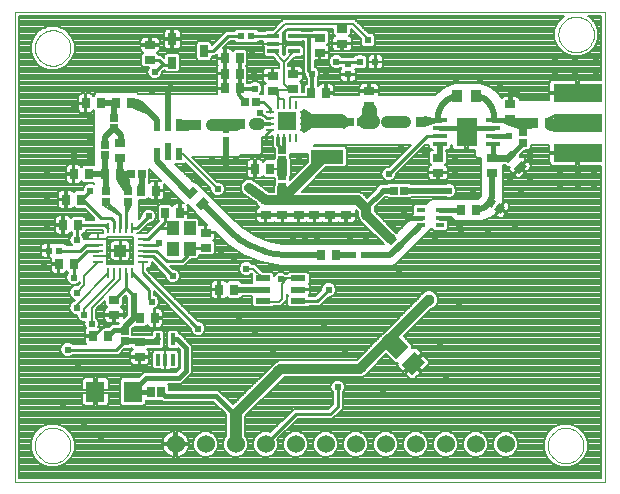
<source format=gtl>
G75*
G70*
%OFA0B0*%
%FSLAX24Y24*%
%IPPOS*%
%LPD*%
%AMOC8*
5,1,8,0,0,1.08239X$1,22.5*
%
%ADD10C,0.0000*%
%ADD11R,0.0098X0.0256*%
%ADD12R,0.0256X0.0098*%
%ADD13R,0.0630X0.0630*%
%ADD14R,0.0240X0.0240*%
%ADD15R,0.0250X0.0370*%
%ADD16R,0.0370X0.0250*%
%ADD17R,0.0236X0.0236*%
%ADD18R,0.1063X0.0453*%
%ADD19R,0.0276X0.0256*%
%ADD20R,0.0256X0.0276*%
%ADD21R,0.0236X0.0217*%
%ADD22R,0.0394X0.0157*%
%ADD23R,0.0295X0.0394*%
%ADD24R,0.0500X0.0600*%
%ADD25R,0.1600X0.0600*%
%ADD26R,0.0236X0.0394*%
%ADD27R,0.0295X0.0157*%
%ADD28R,0.0470X0.0180*%
%ADD29R,0.0700X0.0950*%
%ADD30R,0.0394X0.0394*%
%ADD31R,0.0110X0.0370*%
%ADD32R,0.0370X0.0110*%
%ADD33R,0.0394X0.0472*%
%ADD34R,0.0157X0.0394*%
%ADD35R,0.0600X0.0700*%
%ADD36R,0.0374X0.0394*%
%ADD37R,0.0512X0.0197*%
%ADD38C,0.0600*%
%ADD39C,0.0080*%
%ADD40C,0.0400*%
%ADD41C,0.0120*%
%ADD42C,0.0200*%
%ADD43C,0.0240*%
%ADD44C,0.0160*%
%ADD45C,0.0100*%
%ADD46C,0.0060*%
%ADD47C,0.0300*%
%ADD48C,0.0320*%
%ADD49C,0.0500*%
%ADD50C,0.0320*%
%ADD51C,0.0375*%
%ADD52C,0.0180*%
D10*
X000671Y003960D02*
X020356Y003960D01*
X020356Y019645D01*
X000671Y019645D01*
X000671Y003960D01*
X001343Y005184D02*
X001345Y005232D01*
X001351Y005280D01*
X001361Y005327D01*
X001374Y005373D01*
X001392Y005418D01*
X001412Y005462D01*
X001437Y005504D01*
X001465Y005543D01*
X001495Y005580D01*
X001529Y005614D01*
X001566Y005646D01*
X001604Y005675D01*
X001645Y005700D01*
X001688Y005722D01*
X001733Y005740D01*
X001779Y005754D01*
X001826Y005765D01*
X001874Y005772D01*
X001922Y005775D01*
X001970Y005774D01*
X002018Y005769D01*
X002066Y005760D01*
X002112Y005748D01*
X002157Y005731D01*
X002201Y005711D01*
X002243Y005688D01*
X002283Y005661D01*
X002321Y005631D01*
X002356Y005598D01*
X002388Y005562D01*
X002418Y005524D01*
X002444Y005483D01*
X002466Y005440D01*
X002486Y005396D01*
X002501Y005351D01*
X002513Y005304D01*
X002521Y005256D01*
X002525Y005208D01*
X002525Y005160D01*
X002521Y005112D01*
X002513Y005064D01*
X002501Y005017D01*
X002486Y004972D01*
X002466Y004928D01*
X002444Y004885D01*
X002418Y004844D01*
X002388Y004806D01*
X002356Y004770D01*
X002321Y004737D01*
X002283Y004707D01*
X002243Y004680D01*
X002201Y004657D01*
X002157Y004637D01*
X002112Y004620D01*
X002066Y004608D01*
X002018Y004599D01*
X001970Y004594D01*
X001922Y004593D01*
X001874Y004596D01*
X001826Y004603D01*
X001779Y004614D01*
X001733Y004628D01*
X001688Y004646D01*
X001645Y004668D01*
X001604Y004693D01*
X001566Y004722D01*
X001529Y004754D01*
X001495Y004788D01*
X001465Y004825D01*
X001437Y004864D01*
X001412Y004906D01*
X001392Y004950D01*
X001374Y004995D01*
X001361Y005041D01*
X001351Y005088D01*
X001345Y005136D01*
X001343Y005184D01*
X001343Y018434D02*
X001345Y018482D01*
X001351Y018530D01*
X001361Y018577D01*
X001374Y018623D01*
X001392Y018668D01*
X001412Y018712D01*
X001437Y018754D01*
X001465Y018793D01*
X001495Y018830D01*
X001529Y018864D01*
X001566Y018896D01*
X001604Y018925D01*
X001645Y018950D01*
X001688Y018972D01*
X001733Y018990D01*
X001779Y019004D01*
X001826Y019015D01*
X001874Y019022D01*
X001922Y019025D01*
X001970Y019024D01*
X002018Y019019D01*
X002066Y019010D01*
X002112Y018998D01*
X002157Y018981D01*
X002201Y018961D01*
X002243Y018938D01*
X002283Y018911D01*
X002321Y018881D01*
X002356Y018848D01*
X002388Y018812D01*
X002418Y018774D01*
X002444Y018733D01*
X002466Y018690D01*
X002486Y018646D01*
X002501Y018601D01*
X002513Y018554D01*
X002521Y018506D01*
X002525Y018458D01*
X002525Y018410D01*
X002521Y018362D01*
X002513Y018314D01*
X002501Y018267D01*
X002486Y018222D01*
X002466Y018178D01*
X002444Y018135D01*
X002418Y018094D01*
X002388Y018056D01*
X002356Y018020D01*
X002321Y017987D01*
X002283Y017957D01*
X002243Y017930D01*
X002201Y017907D01*
X002157Y017887D01*
X002112Y017870D01*
X002066Y017858D01*
X002018Y017849D01*
X001970Y017844D01*
X001922Y017843D01*
X001874Y017846D01*
X001826Y017853D01*
X001779Y017864D01*
X001733Y017878D01*
X001688Y017896D01*
X001645Y017918D01*
X001604Y017943D01*
X001566Y017972D01*
X001529Y018004D01*
X001495Y018038D01*
X001465Y018075D01*
X001437Y018114D01*
X001412Y018156D01*
X001392Y018200D01*
X001374Y018245D01*
X001361Y018291D01*
X001351Y018338D01*
X001345Y018386D01*
X001343Y018434D01*
X018443Y005184D02*
X018445Y005232D01*
X018451Y005280D01*
X018461Y005327D01*
X018474Y005373D01*
X018492Y005418D01*
X018512Y005462D01*
X018537Y005504D01*
X018565Y005543D01*
X018595Y005580D01*
X018629Y005614D01*
X018666Y005646D01*
X018704Y005675D01*
X018745Y005700D01*
X018788Y005722D01*
X018833Y005740D01*
X018879Y005754D01*
X018926Y005765D01*
X018974Y005772D01*
X019022Y005775D01*
X019070Y005774D01*
X019118Y005769D01*
X019166Y005760D01*
X019212Y005748D01*
X019257Y005731D01*
X019301Y005711D01*
X019343Y005688D01*
X019383Y005661D01*
X019421Y005631D01*
X019456Y005598D01*
X019488Y005562D01*
X019518Y005524D01*
X019544Y005483D01*
X019566Y005440D01*
X019586Y005396D01*
X019601Y005351D01*
X019613Y005304D01*
X019621Y005256D01*
X019625Y005208D01*
X019625Y005160D01*
X019621Y005112D01*
X019613Y005064D01*
X019601Y005017D01*
X019586Y004972D01*
X019566Y004928D01*
X019544Y004885D01*
X019518Y004844D01*
X019488Y004806D01*
X019456Y004770D01*
X019421Y004737D01*
X019383Y004707D01*
X019343Y004680D01*
X019301Y004657D01*
X019257Y004637D01*
X019212Y004620D01*
X019166Y004608D01*
X019118Y004599D01*
X019070Y004594D01*
X019022Y004593D01*
X018974Y004596D01*
X018926Y004603D01*
X018879Y004614D01*
X018833Y004628D01*
X018788Y004646D01*
X018745Y004668D01*
X018704Y004693D01*
X018666Y004722D01*
X018629Y004754D01*
X018595Y004788D01*
X018565Y004825D01*
X018537Y004864D01*
X018512Y004906D01*
X018492Y004950D01*
X018474Y004995D01*
X018461Y005041D01*
X018451Y005088D01*
X018445Y005136D01*
X018443Y005184D01*
X018793Y018884D02*
X018795Y018932D01*
X018801Y018980D01*
X018811Y019027D01*
X018824Y019073D01*
X018842Y019118D01*
X018862Y019162D01*
X018887Y019204D01*
X018915Y019243D01*
X018945Y019280D01*
X018979Y019314D01*
X019016Y019346D01*
X019054Y019375D01*
X019095Y019400D01*
X019138Y019422D01*
X019183Y019440D01*
X019229Y019454D01*
X019276Y019465D01*
X019324Y019472D01*
X019372Y019475D01*
X019420Y019474D01*
X019468Y019469D01*
X019516Y019460D01*
X019562Y019448D01*
X019607Y019431D01*
X019651Y019411D01*
X019693Y019388D01*
X019733Y019361D01*
X019771Y019331D01*
X019806Y019298D01*
X019838Y019262D01*
X019868Y019224D01*
X019894Y019183D01*
X019916Y019140D01*
X019936Y019096D01*
X019951Y019051D01*
X019963Y019004D01*
X019971Y018956D01*
X019975Y018908D01*
X019975Y018860D01*
X019971Y018812D01*
X019963Y018764D01*
X019951Y018717D01*
X019936Y018672D01*
X019916Y018628D01*
X019894Y018585D01*
X019868Y018544D01*
X019838Y018506D01*
X019806Y018470D01*
X019771Y018437D01*
X019733Y018407D01*
X019693Y018380D01*
X019651Y018357D01*
X019607Y018337D01*
X019562Y018320D01*
X019516Y018308D01*
X019468Y018299D01*
X019420Y018294D01*
X019372Y018293D01*
X019324Y018296D01*
X019276Y018303D01*
X019229Y018314D01*
X019183Y018328D01*
X019138Y018346D01*
X019095Y018368D01*
X019054Y018393D01*
X019016Y018422D01*
X018979Y018454D01*
X018945Y018488D01*
X018915Y018525D01*
X018887Y018564D01*
X018862Y018606D01*
X018842Y018650D01*
X018824Y018695D01*
X018811Y018741D01*
X018801Y018788D01*
X018795Y018836D01*
X018793Y018884D01*
D11*
X010042Y016527D03*
X009845Y016527D03*
X009648Y016527D03*
X009451Y016527D03*
X009451Y015444D03*
X009648Y015444D03*
X009845Y015444D03*
X010042Y015444D03*
D12*
X010298Y015700D03*
X010298Y015897D03*
X010298Y016094D03*
X010298Y016291D03*
X009195Y016291D03*
X009195Y016094D03*
X009195Y015897D03*
X009195Y015700D03*
D13*
X009747Y015996D03*
D14*
X009907Y016156D03*
X009907Y015836D03*
X009587Y015836D03*
X009587Y016156D03*
D15*
X008717Y015891D03*
X008217Y015891D03*
X007234Y015884D03*
X006734Y015884D03*
X007674Y017094D03*
X007674Y017574D03*
X008174Y017574D03*
X008174Y017094D03*
X008174Y018094D03*
X007674Y018094D03*
X010549Y016931D03*
X011049Y016931D03*
X012584Y015984D03*
X013084Y015984D03*
X013684Y015984D03*
X014184Y015984D03*
G36*
X017115Y014591D02*
X016938Y014768D01*
X017199Y015029D01*
X017376Y014852D01*
X017115Y014591D01*
G37*
G36*
X017468Y014238D02*
X017291Y014415D01*
X017552Y014676D01*
X017729Y014499D01*
X017468Y014238D01*
G37*
X016034Y013044D03*
X015534Y013044D03*
X017984Y015934D03*
X018484Y015934D03*
X011384Y011534D03*
X010884Y011534D03*
X007984Y010384D03*
X007484Y010384D03*
X005334Y009434D03*
X004834Y009434D03*
X003784Y008834D03*
X003284Y008834D03*
X005223Y006984D03*
X005554Y006984D03*
X002634Y011234D03*
X002134Y011234D03*
X002284Y012534D03*
X002784Y012534D03*
X002884Y013384D03*
X002384Y013384D03*
X002634Y014234D03*
X003134Y014234D03*
X003684Y014234D03*
X004184Y014234D03*
X004884Y013684D03*
X005384Y013684D03*
X005684Y012934D03*
X006184Y012934D03*
G36*
X006515Y013391D02*
X006338Y013568D01*
X006599Y013829D01*
X006776Y013652D01*
X006515Y013391D01*
G37*
G36*
X006868Y013038D02*
X006691Y013215D01*
X006952Y013476D01*
X007129Y013299D01*
X006868Y013038D01*
G37*
X008684Y014414D03*
X009184Y014414D03*
X004534Y016594D03*
X004034Y016594D03*
X003534Y016594D03*
X003034Y016594D03*
D16*
X004184Y015284D03*
X004184Y014784D03*
X007034Y012284D03*
X007034Y011784D03*
X009034Y012864D03*
X009594Y012864D03*
X009594Y013364D03*
X009034Y013364D03*
X010134Y013364D03*
X010654Y013364D03*
X010654Y012864D03*
X010134Y012864D03*
X011184Y012864D03*
X011714Y012864D03*
X011714Y013364D03*
X011184Y013364D03*
X012484Y016499D03*
X012484Y016999D03*
X011584Y018584D03*
X011584Y019084D03*
X010834Y018784D03*
X010834Y018284D03*
X009949Y017574D03*
X009949Y017074D03*
X009266Y017016D03*
X009266Y017516D03*
X005184Y018034D03*
X005184Y018534D03*
X003984Y010034D03*
X003984Y009534D03*
X004834Y008634D03*
X004834Y008134D03*
X014784Y014284D03*
X014784Y014784D03*
X016584Y014784D03*
X016584Y014284D03*
X017184Y016054D03*
X017184Y016554D03*
D17*
X012311Y011534D03*
X011957Y011534D03*
X007724Y015357D03*
X007724Y015711D03*
X008207Y018834D03*
X008561Y018834D03*
X011784Y017911D03*
X011784Y017557D03*
X002161Y011684D03*
X001807Y011684D03*
D18*
X011094Y014808D03*
X011094Y015989D03*
D19*
X009589Y015046D03*
X009589Y014692D03*
X009594Y014151D03*
X009594Y013797D03*
G36*
X013020Y012052D02*
X013215Y012247D01*
X013396Y012066D01*
X013201Y011871D01*
X013020Y012052D01*
G37*
G36*
X013271Y011801D02*
X013466Y011996D01*
X013647Y011815D01*
X013452Y011620D01*
X013271Y011801D01*
G37*
G36*
X016351Y013217D02*
X016489Y013455D01*
X016709Y013327D01*
X016571Y013089D01*
X016351Y013217D01*
G37*
G36*
X016658Y013040D02*
X016796Y013278D01*
X017016Y013150D01*
X016878Y012912D01*
X016658Y013040D01*
G37*
X017624Y015277D03*
X017624Y015631D03*
X004454Y013661D03*
X004454Y013307D03*
X003724Y013307D03*
X003724Y013661D03*
X003684Y014857D03*
X003684Y015211D03*
X003984Y015757D03*
X003984Y016111D03*
X004334Y009011D03*
X004334Y008657D03*
D20*
X004557Y014234D03*
X004911Y014234D03*
X008347Y016644D03*
X008701Y016644D03*
X011857Y015984D03*
X012211Y015984D03*
X013307Y013684D03*
X013661Y013684D03*
D21*
X012690Y017970D03*
X012178Y017970D03*
X012434Y018698D03*
D22*
X009979Y018840D03*
X009979Y018328D03*
X009290Y018328D03*
X009290Y018584D03*
X009290Y018840D03*
D23*
X006966Y018334D03*
X005923Y018727D03*
X005923Y017940D03*
D24*
G36*
X013384Y008061D02*
X013031Y008414D01*
X013454Y008837D01*
X013807Y008484D01*
X013384Y008061D01*
G37*
G36*
X013914Y007531D02*
X013561Y007884D01*
X013984Y008307D01*
X014337Y007954D01*
X013914Y007531D01*
G37*
D25*
X019434Y014944D03*
X019434Y015944D03*
X019434Y016944D03*
D26*
X006158Y015876D03*
X005784Y015876D03*
X005410Y015876D03*
X005410Y014892D03*
X005784Y014892D03*
X006158Y014892D03*
D27*
X014209Y013040D03*
X014209Y012784D03*
X014209Y012528D03*
X014859Y012528D03*
X014859Y012784D03*
X014859Y013040D03*
D28*
X014848Y015250D03*
X014848Y015506D03*
X014848Y015762D03*
X014848Y016018D03*
X016620Y016018D03*
X016620Y015762D03*
X016620Y015506D03*
X016620Y015250D03*
D29*
X015734Y015634D03*
D30*
X004184Y011684D03*
D31*
X004184Y012432D03*
X004381Y012432D03*
X004577Y012432D03*
X003987Y012432D03*
X003790Y012432D03*
X003790Y010936D03*
X003987Y010936D03*
X004184Y010936D03*
X004381Y010936D03*
X004577Y010936D03*
D32*
X004932Y011290D03*
X004932Y011487D03*
X004932Y011684D03*
X004932Y011881D03*
X004932Y012077D03*
X003436Y012077D03*
X003436Y011881D03*
X003436Y011684D03*
X003436Y011487D03*
X003436Y011290D03*
D33*
X005958Y011749D03*
X006509Y011749D03*
X006509Y012418D03*
X005958Y012418D03*
D34*
X005946Y008726D03*
X005434Y008726D03*
X005434Y008037D03*
X005690Y008037D03*
X005946Y008037D03*
D35*
X004609Y006984D03*
X003359Y006984D03*
D36*
X015419Y016834D03*
X016049Y016834D03*
D37*
X010124Y010758D03*
X010124Y010384D03*
X010124Y010010D03*
X008943Y010010D03*
X008943Y010384D03*
X008943Y010758D03*
D38*
X009034Y005234D03*
X010034Y005234D03*
X011034Y005234D03*
X012034Y005234D03*
X013034Y005234D03*
X014034Y005234D03*
X015034Y005234D03*
X016034Y005234D03*
X017034Y005234D03*
X008034Y005234D03*
X007034Y005234D03*
X006034Y005234D03*
D39*
X006074Y005217D02*
X006614Y005217D01*
X006614Y005150D02*
X006614Y005317D01*
X006678Y005472D01*
X006796Y005590D01*
X006950Y005654D01*
X007117Y005654D01*
X007272Y005590D01*
X007390Y005472D01*
X007454Y005317D01*
X007454Y005150D01*
X007390Y004996D01*
X007272Y004878D01*
X007117Y004814D01*
X006950Y004814D01*
X006796Y004878D01*
X006678Y004996D01*
X006614Y005150D01*
X006618Y005139D02*
X006464Y005139D01*
X006463Y005131D02*
X006473Y005194D01*
X006074Y005194D01*
X006074Y005274D01*
X005994Y005274D01*
X005994Y005673D01*
X005931Y005663D01*
X005865Y005641D01*
X005803Y005610D01*
X005747Y005569D01*
X005698Y005520D01*
X005657Y005464D01*
X005626Y005403D01*
X005605Y005337D01*
X005595Y005274D01*
X005994Y005274D01*
X005994Y005194D01*
X005595Y005194D01*
X005605Y005131D01*
X005626Y005065D01*
X005657Y005003D01*
X005698Y004947D01*
X005747Y004898D01*
X005803Y004857D01*
X005865Y004826D01*
X005931Y004805D01*
X005994Y004795D01*
X005994Y005194D01*
X006074Y005194D01*
X006074Y004795D01*
X006137Y004805D01*
X006203Y004826D01*
X006264Y004857D01*
X006320Y004898D01*
X006369Y004947D01*
X006410Y005003D01*
X006441Y005065D01*
X006463Y005131D01*
X006439Y005060D02*
X006651Y005060D01*
X006692Y004982D02*
X006394Y004982D01*
X006325Y004903D02*
X006770Y004903D01*
X006924Y004825D02*
X006199Y004825D01*
X006074Y004825D02*
X005994Y004825D01*
X005994Y004903D02*
X006074Y004903D01*
X006074Y004982D02*
X005994Y004982D01*
X005994Y005060D02*
X006074Y005060D01*
X006074Y005139D02*
X005994Y005139D01*
X005994Y005217D02*
X002664Y005217D01*
X002664Y005139D02*
X005603Y005139D01*
X005628Y005060D02*
X002664Y005060D01*
X002664Y005038D02*
X002553Y004770D01*
X002348Y004564D01*
X002079Y004453D01*
X001788Y004453D01*
X001520Y004564D01*
X001314Y004770D01*
X001203Y005038D01*
X001203Y005329D01*
X001314Y005598D01*
X001520Y005803D01*
X001788Y005914D01*
X002079Y005914D01*
X002348Y005803D01*
X002553Y005598D01*
X002664Y005329D01*
X002664Y005038D01*
X002641Y004982D02*
X005673Y004982D01*
X005742Y004903D02*
X002608Y004903D01*
X002576Y004825D02*
X005869Y004825D01*
X005994Y005296D02*
X006074Y005296D01*
X006074Y005274D02*
X006074Y005673D01*
X006137Y005663D01*
X006203Y005641D01*
X006264Y005610D01*
X006320Y005569D01*
X006369Y005520D01*
X006410Y005464D01*
X006441Y005403D01*
X006463Y005337D01*
X006473Y005274D01*
X006074Y005274D01*
X006074Y005374D02*
X005994Y005374D01*
X005994Y005453D02*
X006074Y005453D01*
X006074Y005531D02*
X005994Y005531D01*
X005994Y005610D02*
X006074Y005610D01*
X006265Y005610D02*
X006844Y005610D01*
X006737Y005531D02*
X006358Y005531D01*
X006416Y005453D02*
X006670Y005453D01*
X006637Y005374D02*
X006451Y005374D01*
X006469Y005296D02*
X006614Y005296D01*
X007224Y005610D02*
X007714Y005610D01*
X007714Y005688D02*
X002462Y005688D01*
X002384Y005767D02*
X007714Y005767D01*
X007714Y005845D02*
X002246Y005845D01*
X002541Y005610D02*
X005803Y005610D01*
X005709Y005531D02*
X002581Y005531D01*
X002613Y005453D02*
X005651Y005453D01*
X005617Y005374D02*
X002646Y005374D01*
X002664Y005296D02*
X005598Y005296D01*
X005608Y006647D02*
X007294Y006647D01*
X007714Y006227D01*
X007714Y005508D01*
X007678Y005472D01*
X007614Y005317D01*
X007614Y005150D01*
X007678Y004996D01*
X007796Y004878D01*
X007950Y004814D01*
X008117Y004814D01*
X008272Y004878D01*
X008390Y004996D01*
X008454Y005150D01*
X008454Y005317D01*
X008390Y005472D01*
X008354Y005508D01*
X008354Y006158D01*
X009664Y007468D01*
X012234Y007468D01*
X012337Y007511D01*
X013050Y008224D01*
X013333Y007940D01*
X013431Y007940D01*
X013429Y007937D01*
X013420Y007902D01*
X013420Y007865D01*
X013429Y007829D01*
X013448Y007797D01*
X013609Y007636D01*
X013892Y007919D01*
X013949Y007862D01*
X014005Y007919D01*
X013949Y007975D01*
X014232Y008258D01*
X014070Y008419D01*
X014038Y008438D01*
X014003Y008447D01*
X013966Y008447D01*
X013930Y008438D01*
X013927Y008436D01*
X013927Y008534D01*
X013644Y008818D01*
X014581Y009756D01*
X014648Y009783D01*
X014734Y009870D01*
X014781Y009983D01*
X014781Y010105D01*
X014734Y010218D01*
X014648Y010304D01*
X014535Y010351D01*
X014413Y010351D01*
X014300Y010304D01*
X014213Y010218D01*
X014186Y010151D01*
X012965Y008931D01*
X012886Y008852D01*
X012062Y008028D01*
X009518Y008028D01*
X009415Y007986D01*
X009407Y007978D01*
X009365Y007961D01*
X007955Y006551D01*
X007459Y007047D01*
X005799Y007047D01*
X005799Y007218D01*
X005784Y007234D01*
X006217Y007234D01*
X006334Y007351D01*
X006584Y007601D01*
X006584Y008517D01*
X006174Y008926D01*
X006145Y008926D01*
X006145Y008972D01*
X006074Y009043D01*
X005817Y009043D01*
X005747Y008972D01*
X005747Y008810D01*
X005746Y008809D01*
X005746Y008643D01*
X005747Y008642D01*
X005747Y008479D01*
X005817Y008409D01*
X006074Y008409D01*
X006100Y008435D01*
X006184Y008351D01*
X006184Y007767D01*
X006051Y007634D01*
X004976Y007634D01*
X004796Y007454D01*
X004259Y007454D01*
X004189Y007383D01*
X004189Y006584D01*
X004259Y006514D01*
X004958Y006514D01*
X005029Y006584D01*
X005029Y006698D01*
X005048Y006679D01*
X005576Y006679D01*
X005608Y006647D01*
X005799Y007101D02*
X008505Y007101D01*
X008427Y007023D02*
X007483Y007023D01*
X007562Y006944D02*
X008348Y006944D01*
X008270Y006866D02*
X007640Y006866D01*
X007719Y006787D02*
X008191Y006787D01*
X008113Y006709D02*
X007797Y006709D01*
X007876Y006630D02*
X008034Y006630D01*
X007956Y006552D02*
X007954Y006552D01*
X007703Y006238D02*
X000811Y006238D01*
X000811Y006316D02*
X007624Y006316D01*
X007546Y006395D02*
X000811Y006395D01*
X000811Y006473D02*
X007467Y006473D01*
X007389Y006552D02*
X004996Y006552D01*
X005029Y006630D02*
X007310Y006630D01*
X007714Y006159D02*
X000811Y006159D01*
X000811Y006081D02*
X007714Y006081D01*
X007714Y006002D02*
X000811Y006002D01*
X000811Y005924D02*
X007714Y005924D01*
X007714Y005531D02*
X007330Y005531D01*
X007398Y005453D02*
X007670Y005453D01*
X007637Y005374D02*
X007430Y005374D01*
X007454Y005296D02*
X007614Y005296D01*
X007614Y005217D02*
X007454Y005217D01*
X007449Y005139D02*
X007618Y005139D01*
X007651Y005060D02*
X007416Y005060D01*
X007376Y004982D02*
X007692Y004982D01*
X007770Y004903D02*
X007297Y004903D01*
X007144Y004825D02*
X007924Y004825D01*
X008144Y004825D02*
X008924Y004825D01*
X008950Y004814D02*
X009117Y004814D01*
X009272Y004878D01*
X009390Y004996D01*
X009454Y005150D01*
X009454Y005317D01*
X009426Y005385D01*
X010104Y006064D01*
X011254Y006064D01*
X011504Y006314D01*
X011604Y006413D01*
X011604Y006964D01*
X011637Y006998D01*
X011674Y007086D01*
X011674Y007181D01*
X011637Y007270D01*
X011570Y007337D01*
X020216Y007337D01*
X020216Y007415D02*
X013995Y007415D01*
X013999Y007418D02*
X014196Y007614D01*
X013949Y007862D01*
X013666Y007579D01*
X013828Y007418D01*
X013859Y007399D01*
X013895Y007390D01*
X013932Y007390D01*
X013968Y007399D01*
X013999Y007418D01*
X014076Y007494D02*
X020216Y007494D01*
X020216Y007572D02*
X014154Y007572D01*
X014160Y007651D02*
X020216Y007651D01*
X020216Y007729D02*
X014311Y007729D01*
X014253Y007671D02*
X014450Y007868D01*
X014468Y007900D01*
X014478Y007935D01*
X014478Y007972D01*
X014468Y008008D01*
X014450Y008040D01*
X014288Y008201D01*
X014005Y007919D01*
X014253Y007671D01*
X014195Y007729D02*
X014082Y007729D01*
X014116Y007808D02*
X014003Y007808D01*
X013973Y007886D02*
X014038Y007886D01*
X014052Y007965D02*
X013959Y007965D01*
X013925Y007886D02*
X013860Y007886D01*
X013895Y007808D02*
X013781Y007808D01*
X013816Y007729D02*
X013703Y007729D01*
X013738Y007651D02*
X013624Y007651D01*
X013594Y007651D02*
X012477Y007651D01*
X012555Y007729D02*
X013516Y007729D01*
X013442Y007808D02*
X012634Y007808D01*
X012712Y007886D02*
X013420Y007886D01*
X013309Y007965D02*
X012791Y007965D01*
X012869Y008043D02*
X013230Y008043D01*
X013152Y008122D02*
X012948Y008122D01*
X013026Y008200D02*
X013073Y008200D01*
X012627Y008593D02*
X006508Y008593D01*
X006584Y008514D02*
X012548Y008514D01*
X012470Y008436D02*
X006584Y008436D01*
X006584Y008357D02*
X012391Y008357D01*
X012313Y008279D02*
X006584Y008279D01*
X006584Y008200D02*
X012234Y008200D01*
X012156Y008122D02*
X006584Y008122D01*
X006584Y008043D02*
X012077Y008043D01*
X012398Y007572D02*
X013673Y007572D01*
X013751Y007494D02*
X012295Y007494D01*
X011642Y007258D02*
X020216Y007258D01*
X020216Y007180D02*
X011674Y007180D01*
X011674Y007101D02*
X020216Y007101D01*
X020216Y007023D02*
X011647Y007023D01*
X011604Y006944D02*
X020216Y006944D01*
X020216Y006866D02*
X011604Y006866D01*
X011604Y006787D02*
X020216Y006787D01*
X020216Y006709D02*
X011604Y006709D01*
X011604Y006630D02*
X020216Y006630D01*
X020216Y006552D02*
X011604Y006552D01*
X011604Y006473D02*
X020216Y006473D01*
X020216Y006395D02*
X011585Y006395D01*
X011507Y006316D02*
X020216Y006316D01*
X020216Y006238D02*
X011428Y006238D01*
X011350Y006159D02*
X020216Y006159D01*
X020216Y006081D02*
X011271Y006081D01*
X011113Y006404D02*
X009963Y006404D01*
X009864Y006304D01*
X009185Y005626D01*
X009117Y005654D01*
X008950Y005654D01*
X008796Y005590D01*
X008678Y005472D01*
X008614Y005317D01*
X008614Y005150D01*
X008678Y004996D01*
X008796Y004878D01*
X008950Y004814D01*
X009144Y004825D02*
X009924Y004825D01*
X009950Y004814D02*
X010117Y004814D01*
X010272Y004878D01*
X010390Y004996D01*
X010454Y005150D01*
X010454Y005317D01*
X010390Y005472D01*
X010272Y005590D01*
X010117Y005654D01*
X009950Y005654D01*
X009796Y005590D01*
X009678Y005472D01*
X009614Y005317D01*
X009614Y005150D01*
X009678Y004996D01*
X009796Y004878D01*
X009950Y004814D01*
X010144Y004825D02*
X010924Y004825D01*
X010950Y004814D02*
X011117Y004814D01*
X011272Y004878D01*
X011390Y004996D01*
X011454Y005150D01*
X011454Y005317D01*
X011390Y005472D01*
X011272Y005590D01*
X011117Y005654D01*
X010950Y005654D01*
X010796Y005590D01*
X010678Y005472D01*
X010614Y005317D01*
X010614Y005150D01*
X010678Y004996D01*
X010796Y004878D01*
X010950Y004814D01*
X011144Y004825D02*
X011924Y004825D01*
X011950Y004814D02*
X012117Y004814D01*
X012272Y004878D01*
X012390Y004996D01*
X012454Y005150D01*
X012454Y005317D01*
X012390Y005472D01*
X012272Y005590D01*
X012117Y005654D01*
X011950Y005654D01*
X011796Y005590D01*
X011678Y005472D01*
X011614Y005317D01*
X011614Y005150D01*
X011678Y004996D01*
X011796Y004878D01*
X011950Y004814D01*
X012144Y004825D02*
X012924Y004825D01*
X012950Y004814D02*
X013117Y004814D01*
X013272Y004878D01*
X013390Y004996D01*
X013454Y005150D01*
X013454Y005317D01*
X013390Y005472D01*
X013272Y005590D01*
X013117Y005654D01*
X012950Y005654D01*
X012796Y005590D01*
X012678Y005472D01*
X012614Y005317D01*
X012614Y005150D01*
X012678Y004996D01*
X012796Y004878D01*
X012950Y004814D01*
X013144Y004825D02*
X013924Y004825D01*
X013950Y004814D02*
X014117Y004814D01*
X014272Y004878D01*
X014390Y004996D01*
X014454Y005150D01*
X014454Y005317D01*
X014390Y005472D01*
X014272Y005590D01*
X014117Y005654D01*
X013950Y005654D01*
X013796Y005590D01*
X013678Y005472D01*
X013614Y005317D01*
X013614Y005150D01*
X013678Y004996D01*
X013796Y004878D01*
X013950Y004814D01*
X014144Y004825D02*
X014924Y004825D01*
X014950Y004814D02*
X015117Y004814D01*
X015272Y004878D01*
X015390Y004996D01*
X015454Y005150D01*
X015454Y005317D01*
X015390Y005472D01*
X015272Y005590D01*
X015117Y005654D01*
X014950Y005654D01*
X014796Y005590D01*
X014678Y005472D01*
X014614Y005317D01*
X014614Y005150D01*
X014678Y004996D01*
X014796Y004878D01*
X014950Y004814D01*
X015144Y004825D02*
X015924Y004825D01*
X015950Y004814D02*
X016117Y004814D01*
X016272Y004878D01*
X016390Y004996D01*
X016454Y005150D01*
X016454Y005317D01*
X016390Y005472D01*
X016272Y005590D01*
X016117Y005654D01*
X015950Y005654D01*
X015796Y005590D01*
X015678Y005472D01*
X015614Y005317D01*
X015614Y005150D01*
X015678Y004996D01*
X015796Y004878D01*
X015950Y004814D01*
X016144Y004825D02*
X016924Y004825D01*
X016950Y004814D02*
X017117Y004814D01*
X017272Y004878D01*
X017390Y004996D01*
X017454Y005150D01*
X017454Y005317D01*
X017390Y005472D01*
X017272Y005590D01*
X017117Y005654D01*
X016950Y005654D01*
X016796Y005590D01*
X016678Y005472D01*
X016614Y005317D01*
X016614Y005150D01*
X016678Y004996D01*
X016796Y004878D01*
X016950Y004814D01*
X017144Y004825D02*
X018392Y004825D01*
X018414Y004770D02*
X018620Y004564D01*
X018888Y004453D01*
X019179Y004453D01*
X019448Y004564D01*
X019653Y004770D01*
X019764Y005038D01*
X019764Y005329D01*
X019653Y005598D01*
X019448Y005803D01*
X019179Y005914D01*
X018888Y005914D01*
X018620Y005803D01*
X018414Y005598D01*
X018303Y005329D01*
X018303Y005038D01*
X018414Y004770D01*
X018438Y004746D02*
X002529Y004746D01*
X002451Y004668D02*
X018517Y004668D01*
X018595Y004589D02*
X002372Y004589D01*
X002218Y004511D02*
X018749Y004511D01*
X018359Y004903D02*
X017297Y004903D01*
X017376Y004982D02*
X018327Y004982D01*
X018303Y005060D02*
X017416Y005060D01*
X017449Y005139D02*
X018303Y005139D01*
X018303Y005217D02*
X017454Y005217D01*
X017454Y005296D02*
X018303Y005296D01*
X018322Y005374D02*
X017430Y005374D01*
X017398Y005453D02*
X018354Y005453D01*
X018387Y005531D02*
X017330Y005531D01*
X017224Y005610D02*
X018427Y005610D01*
X018505Y005688D02*
X009729Y005688D01*
X009807Y005767D02*
X018584Y005767D01*
X018722Y005845D02*
X009886Y005845D01*
X009964Y005924D02*
X020216Y005924D01*
X020216Y006002D02*
X010043Y006002D01*
X009719Y006159D02*
X008355Y006159D01*
X008354Y006081D02*
X009640Y006081D01*
X009562Y006002D02*
X008354Y006002D01*
X008354Y005924D02*
X009483Y005924D01*
X009405Y005845D02*
X008354Y005845D01*
X008354Y005767D02*
X009326Y005767D01*
X009248Y005688D02*
X008354Y005688D01*
X008354Y005610D02*
X008844Y005610D01*
X008737Y005531D02*
X008354Y005531D01*
X008398Y005453D02*
X008670Y005453D01*
X008637Y005374D02*
X008430Y005374D01*
X008454Y005296D02*
X008614Y005296D01*
X008614Y005217D02*
X008454Y005217D01*
X008449Y005139D02*
X008618Y005139D01*
X008651Y005060D02*
X008416Y005060D01*
X008376Y004982D02*
X008692Y004982D01*
X008770Y004903D02*
X008297Y004903D01*
X009297Y004903D02*
X009770Y004903D01*
X009692Y004982D02*
X009376Y004982D01*
X009416Y005060D02*
X009651Y005060D01*
X009618Y005139D02*
X009449Y005139D01*
X009454Y005217D02*
X009614Y005217D01*
X009614Y005296D02*
X009454Y005296D01*
X009430Y005374D02*
X009637Y005374D01*
X009670Y005453D02*
X009493Y005453D01*
X009572Y005531D02*
X009737Y005531D01*
X009650Y005610D02*
X009844Y005610D01*
X010224Y005610D02*
X010844Y005610D01*
X010737Y005531D02*
X010330Y005531D01*
X010398Y005453D02*
X010670Y005453D01*
X010637Y005374D02*
X010430Y005374D01*
X010454Y005296D02*
X010614Y005296D01*
X010614Y005217D02*
X010454Y005217D01*
X010449Y005139D02*
X010618Y005139D01*
X010651Y005060D02*
X010416Y005060D01*
X010376Y004982D02*
X010692Y004982D01*
X010770Y004903D02*
X010297Y004903D01*
X011297Y004903D02*
X011770Y004903D01*
X011692Y004982D02*
X011376Y004982D01*
X011416Y005060D02*
X011651Y005060D01*
X011618Y005139D02*
X011449Y005139D01*
X011454Y005217D02*
X011614Y005217D01*
X011614Y005296D02*
X011454Y005296D01*
X011430Y005374D02*
X011637Y005374D01*
X011670Y005453D02*
X011398Y005453D01*
X011330Y005531D02*
X011737Y005531D01*
X011844Y005610D02*
X011224Y005610D01*
X011113Y006404D02*
X011264Y006554D01*
X011264Y006964D01*
X011230Y006998D01*
X011194Y007086D01*
X011194Y007181D01*
X011230Y007270D01*
X011298Y007337D01*
X011386Y007374D01*
X011481Y007374D01*
X011570Y007337D01*
X011297Y007337D02*
X009533Y007337D01*
X009611Y007415D02*
X013832Y007415D01*
X014017Y008043D02*
X014130Y008043D01*
X014095Y008122D02*
X014209Y008122D01*
X014174Y008200D02*
X014287Y008200D01*
X014289Y008200D02*
X020216Y008200D01*
X020216Y008122D02*
X014368Y008122D01*
X014446Y008043D02*
X020216Y008043D01*
X020216Y007965D02*
X014478Y007965D01*
X014460Y007886D02*
X020216Y007886D01*
X020216Y007808D02*
X014390Y007808D01*
X014211Y008279D02*
X020216Y008279D01*
X020216Y008357D02*
X014132Y008357D01*
X014042Y008436D02*
X020216Y008436D01*
X020216Y008514D02*
X013927Y008514D01*
X013869Y008593D02*
X020216Y008593D01*
X020216Y008671D02*
X013790Y008671D01*
X013712Y008750D02*
X020216Y008750D01*
X020216Y008828D02*
X013654Y008828D01*
X013733Y008907D02*
X020216Y008907D01*
X020216Y008985D02*
X013811Y008985D01*
X013890Y009064D02*
X020216Y009064D01*
X020216Y009142D02*
X013968Y009142D01*
X014047Y009221D02*
X020216Y009221D01*
X020216Y009299D02*
X014125Y009299D01*
X014204Y009378D02*
X020216Y009378D01*
X020216Y009456D02*
X014282Y009456D01*
X014361Y009535D02*
X020216Y009535D01*
X020216Y009613D02*
X014439Y009613D01*
X014518Y009692D02*
X020216Y009692D01*
X020216Y009770D02*
X014617Y009770D01*
X014714Y009849D02*
X020216Y009849D01*
X020216Y009927D02*
X014758Y009927D01*
X014781Y010006D02*
X020216Y010006D01*
X020216Y010084D02*
X014781Y010084D01*
X014757Y010163D02*
X020216Y010163D01*
X020216Y010241D02*
X014711Y010241D01*
X014611Y010320D02*
X020216Y010320D01*
X020216Y010398D02*
X011374Y010398D01*
X011374Y010431D02*
X011337Y010520D01*
X011270Y010587D01*
X011181Y010624D01*
X011086Y010624D01*
X010998Y010587D01*
X010930Y010520D01*
X010894Y010431D01*
X010894Y010384D01*
X010689Y010180D01*
X010478Y010180D01*
X010475Y010183D01*
X010492Y010199D01*
X010511Y010231D01*
X010520Y010267D01*
X010520Y010374D01*
X010133Y010374D01*
X010133Y010393D01*
X010520Y010393D01*
X010520Y010501D01*
X010511Y010536D01*
X010492Y010568D01*
X010475Y010585D01*
X010500Y010610D01*
X010500Y010906D01*
X010430Y010976D01*
X009819Y010976D01*
X009752Y010909D01*
X009691Y010916D01*
X009670Y010937D01*
X009581Y010974D01*
X009486Y010974D01*
X009398Y010937D01*
X009330Y010870D01*
X009319Y010843D01*
X009319Y010906D01*
X009249Y010976D01*
X008937Y010976D01*
X008679Y011234D01*
X008573Y011234D01*
X008520Y011287D01*
X008431Y011324D01*
X008336Y011324D01*
X008248Y011287D01*
X008180Y011220D01*
X008144Y011131D01*
X008144Y011036D01*
X008180Y010948D01*
X008248Y010880D01*
X008336Y010844D01*
X008431Y010844D01*
X008520Y010880D01*
X008564Y010925D01*
X008575Y010914D01*
X008567Y010906D01*
X008567Y010610D01*
X008573Y010604D01*
X008229Y010604D01*
X008229Y010618D01*
X008158Y010689D01*
X007809Y010689D01*
X007740Y010620D01*
X007739Y010623D01*
X007721Y010655D01*
X007695Y010681D01*
X007663Y010699D01*
X007627Y010709D01*
X007506Y010709D01*
X007506Y010406D01*
X007461Y010406D01*
X007461Y010361D01*
X007506Y010361D01*
X007506Y010059D01*
X007627Y010059D01*
X007663Y010068D01*
X007695Y010087D01*
X007721Y010113D01*
X007739Y010145D01*
X007740Y010148D01*
X007809Y010079D01*
X008158Y010079D01*
X008229Y010149D01*
X008229Y010164D01*
X008573Y010164D01*
X008567Y010158D01*
X008567Y009862D01*
X008638Y009791D01*
X009249Y009791D01*
X009291Y009834D01*
X009546Y009834D01*
X009646Y009934D01*
X009734Y010022D01*
X009734Y010247D01*
X009738Y010231D01*
X009756Y010199D01*
X009773Y010183D01*
X009748Y010158D01*
X009748Y009862D01*
X009819Y009791D01*
X010430Y009791D01*
X010478Y009840D01*
X010830Y009840D01*
X010930Y009939D01*
X011134Y010144D01*
X011181Y010144D01*
X011270Y010180D01*
X011337Y010248D01*
X011374Y010336D01*
X011374Y010431D01*
X011355Y010477D02*
X020216Y010477D01*
X020216Y010555D02*
X011302Y010555D01*
X011367Y010320D02*
X014336Y010320D01*
X014236Y010241D02*
X011331Y010241D01*
X011227Y010163D02*
X014190Y010163D01*
X014118Y010084D02*
X011075Y010084D01*
X010996Y010006D02*
X014040Y010006D01*
X013961Y009927D02*
X010918Y009927D01*
X010839Y009849D02*
X013883Y009849D01*
X013804Y009770D02*
X006338Y009770D01*
X006416Y009692D02*
X013726Y009692D01*
X013647Y009613D02*
X006495Y009613D01*
X006573Y009535D02*
X013569Y009535D01*
X013490Y009456D02*
X006652Y009456D01*
X006730Y009378D02*
X013412Y009378D01*
X013333Y009299D02*
X006891Y009299D01*
X006920Y009287D02*
X006831Y009324D01*
X006784Y009324D01*
X005082Y011026D01*
X005082Y011115D01*
X005166Y011115D01*
X005237Y011185D01*
X005237Y011290D01*
X005694Y010833D01*
X005694Y010786D01*
X005730Y010698D01*
X005798Y010630D01*
X005886Y010594D01*
X005981Y010594D01*
X006070Y010630D01*
X006137Y010698D01*
X006174Y010786D01*
X006174Y010881D01*
X006137Y010970D01*
X006070Y011037D01*
X005981Y011074D01*
X005934Y011074D01*
X005844Y011164D01*
X006304Y011164D01*
X006504Y011364D01*
X006533Y011393D01*
X006756Y011393D01*
X006826Y011463D01*
X006826Y011539D01*
X007268Y011539D01*
X007339Y011609D01*
X007339Y011958D01*
X007270Y012027D01*
X007273Y012028D01*
X007305Y012047D01*
X007597Y012047D01*
X007559Y012085D02*
X007739Y011906D01*
X008283Y011542D01*
X008888Y011291D01*
X009530Y011164D01*
X013257Y011164D01*
X013393Y011220D01*
X014591Y012418D01*
X014591Y012399D01*
X014661Y012329D01*
X015056Y012329D01*
X015126Y012399D01*
X015126Y012633D01*
X015137Y012651D01*
X015140Y012664D01*
X016257Y012664D01*
X016577Y012796D01*
X016658Y012878D01*
X016677Y012867D01*
X016719Y012939D01*
X016821Y013041D01*
X016833Y013070D01*
X016846Y013062D01*
X016870Y013104D01*
X016852Y013114D01*
X016931Y013305D01*
X016955Y013348D01*
X016950Y013351D01*
X016954Y013361D01*
X016954Y014534D01*
X017002Y014534D01*
X017065Y014471D01*
X017162Y014471D01*
X017161Y014469D01*
X017151Y014433D01*
X017151Y014396D01*
X017161Y014360D01*
X017179Y014329D01*
X017265Y014243D01*
X017479Y014457D01*
X017510Y014425D01*
X017297Y014211D01*
X017382Y014126D01*
X017414Y014107D01*
X017450Y014098D01*
X017486Y014098D01*
X017522Y014107D01*
X017554Y014126D01*
X017682Y014254D01*
X017510Y014425D01*
X017542Y014457D01*
X017510Y014489D01*
X017724Y014703D01*
X017639Y014788D01*
X017607Y014807D01*
X017571Y014816D01*
X017534Y014816D01*
X017499Y014807D01*
X017496Y014805D01*
X017496Y014852D01*
X017673Y015029D01*
X017811Y015029D01*
X017881Y015099D01*
X017881Y015214D01*
X018494Y015214D01*
X018494Y014984D01*
X019394Y014984D01*
X019394Y014904D01*
X019474Y014904D01*
X019474Y014504D01*
X020216Y014504D01*
X020216Y004100D01*
X000811Y004100D01*
X000811Y019505D01*
X018974Y019505D01*
X018970Y019503D01*
X018764Y019298D01*
X018653Y019029D01*
X018653Y018738D01*
X018764Y018470D01*
X018970Y018264D01*
X019238Y018153D01*
X019529Y018153D01*
X019798Y018264D01*
X020003Y018470D01*
X020114Y018738D01*
X020114Y019029D01*
X020003Y019298D01*
X019798Y019503D01*
X019793Y019505D01*
X020216Y019505D01*
X020216Y017384D01*
X019474Y017384D01*
X019474Y016984D01*
X019394Y016984D01*
X019394Y017384D01*
X018615Y017384D01*
X018580Y017374D01*
X018548Y017356D01*
X018522Y017330D01*
X018503Y017298D01*
X018494Y017262D01*
X018494Y016984D01*
X019394Y016984D01*
X019394Y016904D01*
X018494Y016904D01*
X018494Y016704D01*
X017507Y016704D01*
X017499Y016733D01*
X017481Y016765D01*
X017455Y016791D01*
X017423Y016809D01*
X017387Y016819D01*
X017206Y016819D01*
X017206Y016704D01*
X017161Y016704D01*
X017161Y016819D01*
X016980Y016819D01*
X016945Y016809D01*
X016913Y016791D01*
X016896Y016774D01*
X016818Y016905D01*
X016532Y017144D01*
X016183Y017272D01*
X016183Y017272D01*
X016059Y017273D01*
X016057Y017274D01*
X015995Y017274D01*
X015933Y017274D01*
X015932Y017274D01*
X015601Y017274D01*
X015596Y017276D01*
X015538Y017274D01*
X015480Y017274D01*
X015475Y017271D01*
X015349Y017267D01*
X015003Y017141D01*
X014714Y016914D01*
X014673Y016854D01*
X012808Y016854D01*
X012809Y016855D01*
X012809Y016976D01*
X012506Y016976D01*
X012506Y017021D01*
X012461Y017021D01*
X012461Y016976D01*
X012159Y016976D01*
X012159Y016855D01*
X012159Y016854D01*
X011314Y016854D01*
X011314Y016909D01*
X011072Y016909D01*
X011072Y016954D01*
X011027Y016954D01*
X011027Y017256D01*
X010906Y017256D01*
X010870Y017247D01*
X010838Y017228D01*
X010764Y017228D01*
X010764Y017197D02*
X010764Y017424D01*
X010787Y017448D01*
X010824Y017536D01*
X010824Y017631D01*
X010787Y017720D01*
X010720Y017787D01*
X010664Y017810D01*
X010664Y018019D01*
X010811Y018019D01*
X010811Y018261D01*
X010856Y018261D01*
X010856Y018019D01*
X011037Y018019D01*
X011073Y018028D01*
X011105Y018047D01*
X011131Y018073D01*
X011149Y018105D01*
X011159Y018140D01*
X011159Y018261D01*
X010856Y018261D01*
X010856Y018306D01*
X011159Y018306D01*
X011159Y018427D01*
X011149Y018463D01*
X011131Y018495D01*
X011105Y018521D01*
X011073Y018539D01*
X011070Y018540D01*
X011139Y018609D01*
X011139Y018958D01*
X011068Y019029D01*
X010599Y019029D01*
X010584Y019014D01*
X010250Y019014D01*
X010226Y019038D01*
X009732Y019038D01*
X009662Y018968D01*
X009662Y018711D01*
X009732Y018641D01*
X010226Y018641D01*
X010238Y018654D01*
X010304Y018654D01*
X010304Y017609D01*
X010344Y017569D01*
X010344Y017536D01*
X010380Y017448D01*
X010404Y017424D01*
X010404Y017236D01*
X010375Y017236D01*
X010304Y017166D01*
X010304Y016953D01*
X010254Y016953D01*
X010254Y017249D01*
X010185Y017318D01*
X010188Y017319D01*
X010220Y017337D01*
X010246Y017363D01*
X010264Y017395D01*
X010274Y017431D01*
X010274Y017552D01*
X009972Y017552D01*
X009972Y017597D01*
X010274Y017597D01*
X010274Y017718D01*
X010264Y017753D01*
X010246Y017785D01*
X010220Y017811D01*
X010188Y017830D01*
X010152Y017839D01*
X009972Y017839D01*
X009972Y017597D01*
X009927Y017597D01*
X009927Y017839D01*
X009794Y017839D01*
X009794Y017917D01*
X010005Y018129D01*
X010226Y018129D01*
X010296Y018199D01*
X010296Y018456D01*
X010226Y018527D01*
X009732Y018527D01*
X009662Y018456D01*
X009662Y018238D01*
X009634Y018210D01*
X009607Y018237D01*
X009607Y018433D01*
X009617Y018451D01*
X009627Y018487D01*
X009627Y018584D01*
X009627Y018681D01*
X009617Y018716D01*
X009607Y018735D01*
X009607Y018931D01*
X009750Y019074D01*
X011279Y019074D01*
X011279Y018909D01*
X011348Y018840D01*
X011345Y018839D01*
X011313Y018821D01*
X011287Y018795D01*
X011268Y018763D01*
X011259Y018727D01*
X011259Y018606D01*
X011561Y018606D01*
X011561Y018561D01*
X011606Y018561D01*
X011606Y018319D01*
X011787Y018319D01*
X011823Y018328D01*
X011855Y018347D01*
X011881Y018373D01*
X011899Y018405D01*
X011909Y018440D01*
X011909Y018561D01*
X011606Y018561D01*
X011606Y018606D01*
X011909Y018606D01*
X011909Y018727D01*
X011899Y018763D01*
X011881Y018795D01*
X011855Y018821D01*
X011823Y018839D01*
X011820Y018840D01*
X011889Y018909D01*
X011889Y019052D01*
X012196Y018746D01*
X012196Y018540D01*
X012266Y018470D01*
X012602Y018470D01*
X012672Y018540D01*
X012672Y018856D01*
X012602Y018926D01*
X012468Y018926D01*
X012000Y019394D01*
X009617Y019394D01*
X009524Y019300D01*
X009262Y019038D01*
X009043Y019038D01*
X009009Y019004D01*
X008797Y019004D01*
X008729Y019072D01*
X008393Y019072D01*
X008384Y019062D01*
X008374Y019072D01*
X008039Y019072D01*
X007971Y019004D01*
X007713Y019004D01*
X007614Y018904D01*
X007234Y018524D01*
X007234Y018580D01*
X007164Y018651D01*
X006769Y018651D01*
X006699Y018580D01*
X006699Y018087D01*
X006769Y018017D01*
X007164Y018017D01*
X007234Y018087D01*
X007234Y018164D01*
X007354Y018164D01*
X007409Y018218D01*
X007409Y018116D01*
X007651Y018116D01*
X007651Y018071D01*
X007409Y018071D01*
X007409Y017890D01*
X007418Y017855D01*
X007430Y017834D01*
X007418Y017813D01*
X007409Y017777D01*
X007409Y017596D01*
X007651Y017596D01*
X007651Y017551D01*
X007409Y017551D01*
X007409Y017370D01*
X007418Y017335D01*
X007419Y017334D01*
X007418Y017333D01*
X007409Y017297D01*
X007409Y017116D01*
X007651Y017116D01*
X007651Y017071D01*
X007409Y017071D01*
X007409Y016914D01*
X004773Y016914D01*
X004733Y016954D01*
X003384Y016954D01*
X003314Y016883D01*
X003314Y016853D01*
X003290Y016830D01*
X003289Y016833D01*
X003271Y016865D01*
X003245Y016891D01*
X003213Y016909D01*
X003177Y016919D01*
X003056Y016919D01*
X003056Y016616D01*
X003011Y016616D01*
X003011Y016571D01*
X003056Y016571D01*
X003056Y016269D01*
X003177Y016269D01*
X003213Y016278D01*
X003245Y016297D01*
X003271Y016323D01*
X003289Y016355D01*
X003290Y016358D01*
X003314Y016334D01*
X003314Y014533D01*
X003308Y014539D01*
X002959Y014539D01*
X002890Y014470D01*
X002889Y014473D01*
X002871Y014505D01*
X002845Y014531D01*
X002813Y014549D01*
X002777Y014559D01*
X002656Y014559D01*
X002656Y014256D01*
X002611Y014256D01*
X002611Y014211D01*
X002656Y014211D01*
X002656Y013909D01*
X002777Y013909D01*
X002813Y013918D01*
X002845Y013937D01*
X002871Y013963D01*
X002889Y013995D01*
X002890Y013998D01*
X002959Y013929D01*
X003308Y013929D01*
X003314Y013934D01*
X003314Y013890D01*
X003231Y013924D01*
X003136Y013924D01*
X003048Y013887D01*
X002980Y013820D01*
X002944Y013731D01*
X002944Y013689D01*
X002709Y013689D01*
X002640Y013620D01*
X002639Y013623D01*
X002621Y013655D01*
X002595Y013681D01*
X002563Y013699D01*
X002527Y013709D01*
X002406Y013709D01*
X002406Y013406D01*
X002361Y013406D01*
X002361Y013361D01*
X002406Y013361D01*
X002406Y013059D01*
X002527Y013059D01*
X002563Y013068D01*
X002595Y013087D01*
X002621Y013113D01*
X002639Y013145D01*
X002640Y013148D01*
X002709Y013079D01*
X002998Y013079D01*
X003314Y012763D01*
X003314Y012704D01*
X003029Y012704D01*
X003029Y012768D01*
X002958Y012839D01*
X002609Y012839D01*
X002540Y012770D01*
X002539Y012773D01*
X002521Y012805D01*
X002495Y012831D01*
X002463Y012849D01*
X002427Y012859D01*
X002306Y012859D01*
X002306Y012556D01*
X002261Y012556D01*
X002261Y012511D01*
X002306Y012511D01*
X002306Y012209D01*
X002427Y012209D01*
X002463Y012218D01*
X002495Y012237D01*
X002521Y012263D01*
X002539Y012295D01*
X002540Y012298D01*
X002564Y012274D01*
X002564Y012203D01*
X002530Y012170D01*
X002494Y012081D01*
X002494Y011986D01*
X002530Y011898D01*
X002574Y011854D01*
X002397Y011854D01*
X002329Y011922D01*
X001997Y011922D01*
X001979Y011932D01*
X001943Y011942D01*
X001826Y011942D01*
X001826Y011703D01*
X001787Y011703D01*
X001787Y011665D01*
X001548Y011665D01*
X001548Y011547D01*
X001558Y011512D01*
X001576Y011480D01*
X001602Y011454D01*
X001634Y011435D01*
X001670Y011426D01*
X001787Y011426D01*
X001787Y011665D01*
X001826Y011665D01*
X001826Y011426D01*
X001869Y011426D01*
X001869Y011256D01*
X002111Y011256D01*
X002111Y011211D01*
X002156Y011211D01*
X002156Y010909D01*
X002277Y010909D01*
X002313Y010918D01*
X002345Y010937D01*
X002371Y010963D01*
X002389Y010995D01*
X002390Y010998D01*
X002449Y010939D01*
X002430Y010920D01*
X002394Y010831D01*
X002394Y010736D01*
X002430Y010648D01*
X002498Y010580D01*
X002586Y010544D01*
X002681Y010544D01*
X002770Y010580D01*
X002834Y010644D01*
X002834Y010596D01*
X002762Y010524D01*
X002686Y010524D01*
X002598Y010487D01*
X002530Y010420D01*
X002494Y010331D01*
X002494Y010236D01*
X002530Y010148D01*
X002598Y010080D01*
X002686Y010044D01*
X002672Y010029D01*
X002652Y010010D01*
X002598Y009987D01*
X002530Y009920D01*
X002494Y009831D01*
X002494Y009736D01*
X002530Y009648D01*
X002598Y009580D01*
X002686Y009544D01*
X002744Y009544D01*
X002744Y009486D01*
X002780Y009398D01*
X002848Y009330D01*
X002936Y009294D01*
X002999Y009294D01*
X002994Y009281D01*
X002994Y009186D01*
X003030Y009098D01*
X003038Y009090D01*
X003028Y009073D01*
X003019Y009037D01*
X003019Y008856D01*
X003261Y008856D01*
X003261Y008811D01*
X003019Y008811D01*
X003019Y008630D01*
X003028Y008595D01*
X003047Y008563D01*
X003056Y008554D01*
X002603Y008554D01*
X002570Y008587D01*
X002481Y008624D01*
X002386Y008624D01*
X002298Y008587D01*
X002230Y008520D01*
X002194Y008431D01*
X002194Y008336D01*
X002230Y008248D01*
X002298Y008180D01*
X002386Y008144D01*
X002481Y008144D01*
X002570Y008180D01*
X002603Y008214D01*
X004131Y008214D01*
X004326Y008409D01*
X004521Y008409D01*
X004549Y008437D01*
X004551Y008437D01*
X004598Y008390D01*
X004595Y008389D01*
X004563Y008371D01*
X004537Y008345D01*
X004518Y008313D01*
X004509Y008277D01*
X004509Y008156D01*
X004811Y008156D01*
X004811Y008111D01*
X004856Y008111D01*
X004856Y007869D01*
X005037Y007869D01*
X005073Y007878D01*
X005105Y007897D01*
X005131Y007923D01*
X005149Y007955D01*
X005159Y007990D01*
X005159Y008111D01*
X004856Y008111D01*
X004856Y008156D01*
X005159Y008156D01*
X005159Y008277D01*
X005149Y008313D01*
X005131Y008345D01*
X005105Y008371D01*
X005073Y008389D01*
X005070Y008390D01*
X005093Y008414D01*
X005301Y008414D01*
X005306Y008409D01*
X005563Y008409D01*
X005633Y008479D01*
X005633Y008613D01*
X005654Y008635D01*
X005654Y008817D01*
X005633Y008838D01*
X005633Y008972D01*
X005563Y009043D01*
X005306Y009043D01*
X005235Y008972D01*
X005235Y008854D01*
X005093Y008854D01*
X005068Y008879D01*
X004599Y008879D01*
X004597Y008877D01*
X004591Y008877D01*
X004591Y009080D01*
X004649Y009138D01*
X004659Y009129D01*
X005008Y009129D01*
X005077Y009198D01*
X005078Y009195D01*
X005097Y009163D01*
X005123Y009137D01*
X005155Y009118D01*
X005190Y009109D01*
X005311Y009109D01*
X005311Y009411D01*
X005356Y009411D01*
X005356Y009109D01*
X005477Y009109D01*
X005513Y009118D01*
X005545Y009137D01*
X005571Y009163D01*
X005589Y009195D01*
X005599Y009230D01*
X005599Y009411D01*
X005356Y009411D01*
X005356Y009456D01*
X006171Y009456D01*
X006249Y009378D02*
X005599Y009378D01*
X005599Y009456D02*
X005599Y009637D01*
X005589Y009673D01*
X005571Y009705D01*
X005545Y009731D01*
X005513Y009749D01*
X005477Y009759D01*
X005356Y009759D01*
X005356Y009456D01*
X005311Y009456D01*
X005311Y009756D01*
X005370Y009780D01*
X005437Y009848D01*
X005474Y009936D01*
X005474Y010031D01*
X005437Y010120D01*
X005370Y010187D01*
X005304Y010214D01*
X005304Y010323D01*
X006544Y009083D01*
X006544Y009036D01*
X006580Y008948D01*
X006648Y008880D01*
X006736Y008844D01*
X006831Y008844D01*
X006920Y008880D01*
X006987Y008948D01*
X007024Y009036D01*
X007024Y009131D01*
X006987Y009220D01*
X006920Y009287D01*
X006986Y009221D02*
X013255Y009221D01*
X013176Y009142D02*
X007019Y009142D01*
X007024Y009064D02*
X013098Y009064D01*
X013019Y008985D02*
X007003Y008985D01*
X006946Y008907D02*
X012941Y008907D01*
X012862Y008828D02*
X006272Y008828D01*
X006351Y008750D02*
X012784Y008750D01*
X012705Y008671D02*
X006429Y008671D01*
X006621Y008907D02*
X006194Y008907D01*
X006132Y008985D02*
X006565Y008985D01*
X006544Y009064D02*
X004591Y009064D01*
X004591Y008985D02*
X005248Y008985D01*
X005235Y008907D02*
X004591Y008907D01*
X004548Y008436D02*
X004552Y008436D01*
X004549Y008357D02*
X004275Y008357D01*
X004196Y008279D02*
X004509Y008279D01*
X004509Y008200D02*
X002590Y008200D01*
X002278Y008200D02*
X000811Y008200D01*
X000811Y008122D02*
X004811Y008122D01*
X004811Y008111D02*
X004509Y008111D01*
X004509Y007990D01*
X004518Y007955D01*
X004537Y007923D01*
X004563Y007897D01*
X004595Y007878D01*
X004630Y007869D01*
X004811Y007869D01*
X004811Y008111D01*
X004856Y008122D02*
X005235Y008122D01*
X005235Y008200D02*
X005159Y008200D01*
X005158Y008279D02*
X005235Y008279D01*
X005235Y008283D02*
X005235Y007790D01*
X005306Y007720D01*
X005539Y007720D01*
X005557Y007710D01*
X005593Y007700D01*
X005690Y007700D01*
X005787Y007700D01*
X005823Y007710D01*
X005841Y007720D01*
X006074Y007720D01*
X006145Y007790D01*
X006145Y008283D01*
X006074Y008354D01*
X005841Y008354D01*
X005823Y008364D01*
X005787Y008374D01*
X005690Y008374D01*
X005593Y008374D01*
X005557Y008364D01*
X005539Y008354D01*
X005306Y008354D01*
X005235Y008283D01*
X005118Y008357D02*
X005545Y008357D01*
X005589Y008436D02*
X005791Y008436D01*
X005747Y008514D02*
X005633Y008514D01*
X005633Y008593D02*
X005747Y008593D01*
X005746Y008671D02*
X005654Y008671D01*
X005654Y008750D02*
X005746Y008750D01*
X005747Y008828D02*
X005643Y008828D01*
X005633Y008907D02*
X005747Y008907D01*
X005760Y008985D02*
X005620Y008985D01*
X005550Y009142D02*
X006485Y009142D01*
X006406Y009221D02*
X005596Y009221D01*
X005599Y009299D02*
X006328Y009299D01*
X006092Y009535D02*
X005599Y009535D01*
X005599Y009613D02*
X006014Y009613D01*
X005935Y009692D02*
X005578Y009692D01*
X005438Y009849D02*
X005778Y009849D01*
X005700Y009927D02*
X005470Y009927D01*
X005474Y010006D02*
X005621Y010006D01*
X005543Y010084D02*
X005452Y010084D01*
X005464Y010163D02*
X005394Y010163D01*
X005386Y010241D02*
X005304Y010241D01*
X005304Y010320D02*
X005307Y010320D01*
X005553Y010555D02*
X007219Y010555D01*
X007219Y010587D02*
X007219Y010406D01*
X007461Y010406D01*
X007461Y010709D01*
X007340Y010709D01*
X007305Y010699D01*
X007273Y010681D01*
X007247Y010655D01*
X007228Y010623D01*
X007219Y010587D01*
X007235Y010634D02*
X006073Y010634D01*
X006143Y010712D02*
X008567Y010712D01*
X008567Y010634D02*
X008213Y010634D01*
X008274Y010869D02*
X006174Y010869D01*
X006174Y010791D02*
X008567Y010791D01*
X008567Y010869D02*
X008493Y010869D01*
X008730Y011183D02*
X009431Y011183D01*
X009423Y010948D02*
X009277Y010948D01*
X009319Y010869D02*
X009330Y010869D01*
X009644Y010948D02*
X009790Y010948D01*
X010458Y010948D02*
X020216Y010948D01*
X020216Y011026D02*
X008887Y011026D01*
X008808Y011105D02*
X020216Y011105D01*
X020216Y011183D02*
X013304Y011183D01*
X013435Y011262D02*
X020216Y011262D01*
X020216Y011340D02*
X013513Y011340D01*
X013592Y011419D02*
X020216Y011419D01*
X020216Y011497D02*
X013670Y011497D01*
X013749Y011576D02*
X020216Y011576D01*
X020216Y011654D02*
X013827Y011654D01*
X013906Y011733D02*
X020216Y011733D01*
X020216Y011811D02*
X013984Y011811D01*
X014063Y011890D02*
X020216Y011890D01*
X020216Y011968D02*
X014141Y011968D01*
X014220Y012047D02*
X020216Y012047D01*
X020216Y012125D02*
X014298Y012125D01*
X014377Y012204D02*
X020216Y012204D01*
X020216Y012282D02*
X014455Y012282D01*
X014534Y012361D02*
X014630Y012361D01*
X015087Y012361D02*
X020216Y012361D01*
X020216Y012439D02*
X015126Y012439D01*
X015126Y012518D02*
X020216Y012518D01*
X020216Y012596D02*
X015126Y012596D01*
X015086Y013444D02*
X015181Y013444D01*
X015270Y013480D01*
X015337Y013548D01*
X015374Y013636D01*
X015374Y013731D01*
X015337Y013820D01*
X015270Y013887D01*
X015181Y013924D01*
X015086Y013924D01*
X015038Y013904D01*
X013876Y013904D01*
X013839Y013941D01*
X013129Y013941D01*
X013091Y013904D01*
X012843Y013904D01*
X012714Y013775D01*
X012714Y013747D01*
X012415Y013448D01*
X012341Y013522D01*
X012262Y013601D01*
X012159Y013644D01*
X010242Y013644D01*
X011060Y014462D01*
X011675Y014462D01*
X011745Y014532D01*
X011745Y015084D01*
X011675Y015155D01*
X010654Y015155D01*
X010654Y015214D01*
X013873Y015214D01*
X013133Y014474D01*
X013086Y014474D01*
X012998Y014437D01*
X012930Y014370D01*
X012894Y014281D01*
X012894Y014186D01*
X012930Y014098D01*
X012998Y014030D01*
X013086Y013994D01*
X013181Y013994D01*
X013270Y014030D01*
X013337Y014098D01*
X013374Y014186D01*
X013374Y014233D01*
X014354Y015214D01*
X014493Y015214D01*
X014493Y015110D01*
X014563Y015040D01*
X014614Y015040D01*
X014614Y015029D01*
X014549Y015029D01*
X014479Y014958D01*
X014479Y014609D01*
X014548Y014540D01*
X014545Y014539D01*
X014513Y014521D01*
X014487Y014495D01*
X014468Y014463D01*
X014459Y014427D01*
X014459Y014306D01*
X014761Y014306D01*
X014761Y014261D01*
X014806Y014261D01*
X014806Y014019D01*
X014987Y014019D01*
X015023Y014028D01*
X015055Y014047D01*
X015081Y014073D01*
X015099Y014105D01*
X015109Y014140D01*
X015109Y014261D01*
X014806Y014261D01*
X014806Y014306D01*
X015109Y014306D01*
X015109Y014427D01*
X015099Y014463D01*
X015081Y014495D01*
X015055Y014521D01*
X015023Y014539D01*
X015020Y014540D01*
X015089Y014609D01*
X015089Y014958D01*
X015054Y014993D01*
X015054Y015040D01*
X015133Y015040D01*
X015203Y015110D01*
X015203Y015214D01*
X015244Y015214D01*
X015244Y015140D01*
X015253Y015105D01*
X015272Y015073D01*
X015298Y015047D01*
X015330Y015028D01*
X015365Y015019D01*
X015694Y015019D01*
X015694Y015594D01*
X015774Y015594D01*
X015774Y015019D01*
X016014Y015019D01*
X016014Y014834D01*
X016084Y014764D01*
X016214Y014764D01*
X016214Y013534D01*
X016211Y013508D01*
X016192Y013461D01*
X016156Y013426D01*
X016109Y013406D01*
X016084Y013404D01*
X014610Y013404D01*
X014474Y013347D01*
X014370Y013243D01*
X014365Y013238D01*
X014012Y013238D01*
X013941Y013168D01*
X013941Y012935D01*
X013931Y012916D01*
X013921Y012881D01*
X013921Y012795D01*
X013395Y012268D01*
X012664Y013000D01*
X012664Y013131D01*
X012997Y013464D01*
X013091Y013464D01*
X013129Y013426D01*
X013839Y013426D01*
X013876Y013464D01*
X015038Y013464D01*
X015086Y013444D01*
X015047Y013460D02*
X013872Y013460D01*
X013997Y013224D02*
X012757Y013224D01*
X012679Y013146D02*
X013941Y013146D01*
X013941Y013067D02*
X012664Y013067D01*
X012675Y012989D02*
X013941Y012989D01*
X013929Y012910D02*
X012753Y012910D01*
X012832Y012832D02*
X013921Y012832D01*
X013880Y012753D02*
X012910Y012753D01*
X012989Y012675D02*
X013801Y012675D01*
X013723Y012596D02*
X013067Y012596D01*
X013146Y012518D02*
X013644Y012518D01*
X013566Y012439D02*
X013224Y012439D01*
X013303Y012361D02*
X013487Y012361D01*
X013409Y012282D02*
X013381Y012282D01*
X012968Y011904D02*
X009857Y011904D01*
X009604Y011916D01*
X009107Y012015D01*
X008639Y012209D01*
X008218Y012490D01*
X008030Y012660D01*
X007991Y012699D01*
X007978Y012712D01*
X006793Y013897D01*
X006657Y013954D01*
X006637Y013954D01*
X006016Y014575D01*
X006326Y014575D01*
X006353Y014602D01*
X007194Y013762D01*
X007194Y013686D01*
X007230Y013598D01*
X007298Y013530D01*
X007386Y013494D01*
X007481Y013494D01*
X007570Y013530D01*
X007637Y013598D01*
X007674Y013686D01*
X007674Y013781D01*
X007637Y013870D01*
X007570Y013937D01*
X007481Y013974D01*
X007406Y013974D01*
X006566Y014814D01*
X008133Y014814D01*
X008183Y014864D01*
X008833Y014864D01*
X008904Y014934D01*
X008904Y015464D01*
X009183Y015464D01*
X009231Y015511D01*
X009271Y015511D01*
X009271Y015142D01*
X009331Y015082D01*
X009331Y014752D01*
X009316Y014719D01*
X009009Y014719D01*
X008940Y014650D01*
X008939Y014653D01*
X008921Y014685D01*
X008895Y014711D01*
X008863Y014729D01*
X008827Y014739D01*
X008706Y014739D01*
X008706Y014436D01*
X008661Y014436D01*
X008661Y014391D01*
X008419Y014391D01*
X008419Y014210D01*
X008428Y014175D01*
X008447Y014143D01*
X008473Y014117D01*
X008505Y014098D01*
X008540Y014089D01*
X008661Y014089D01*
X008661Y014391D01*
X008706Y014391D01*
X008706Y014089D01*
X008827Y014089D01*
X008863Y014098D01*
X008895Y014117D01*
X008921Y014143D01*
X008939Y014175D01*
X008940Y014178D01*
X009009Y014109D01*
X009331Y014109D01*
X009336Y014097D01*
X009336Y013873D01*
X009314Y013819D01*
X009314Y013644D01*
X009147Y013644D01*
X008700Y013963D01*
X008642Y014021D01*
X008539Y014064D01*
X008428Y014064D01*
X008325Y014021D01*
X008246Y013942D01*
X008227Y013897D01*
X008223Y013891D01*
X008221Y013882D01*
X008204Y013839D01*
X008204Y013806D01*
X008198Y013783D01*
X008204Y013751D01*
X008204Y013728D01*
X008210Y013713D01*
X008217Y013673D01*
X008246Y013625D01*
X008246Y013625D01*
X008246Y013625D01*
X008276Y013578D01*
X008729Y013255D01*
X008729Y013189D01*
X008798Y013120D01*
X008795Y013119D01*
X008763Y013101D01*
X008737Y013075D01*
X008718Y013043D01*
X008709Y013007D01*
X008709Y012886D01*
X009011Y012886D01*
X009011Y012841D01*
X009056Y012841D01*
X009056Y012599D01*
X009237Y012599D01*
X009273Y012608D01*
X009305Y012627D01*
X009314Y012636D01*
X009323Y012627D01*
X009355Y012608D01*
X009390Y012599D01*
X009571Y012599D01*
X009571Y012841D01*
X009359Y012841D01*
X009056Y012841D01*
X009056Y012886D01*
X009571Y012886D01*
X009571Y012841D01*
X009616Y012841D01*
X009616Y012599D01*
X009797Y012599D01*
X009833Y012608D01*
X009864Y012626D01*
X009895Y012608D01*
X009930Y012599D01*
X010111Y012599D01*
X010111Y012841D01*
X009809Y012841D01*
X009616Y012841D01*
X009616Y012886D01*
X010111Y012886D01*
X010111Y012841D01*
X010156Y012841D01*
X010156Y012599D01*
X010337Y012599D01*
X010373Y012608D01*
X010394Y012620D01*
X010415Y012608D01*
X010450Y012599D01*
X010631Y012599D01*
X010631Y012841D01*
X010156Y012841D01*
X010156Y012886D01*
X010329Y012886D01*
X010631Y012886D01*
X010631Y012841D01*
X010676Y012841D01*
X010676Y012599D01*
X010857Y012599D01*
X010893Y012608D01*
X010919Y012623D01*
X010945Y012608D01*
X010980Y012599D01*
X011161Y012599D01*
X011161Y012841D01*
X010859Y012841D01*
X010676Y012841D01*
X010676Y012886D01*
X011161Y012886D01*
X011161Y012841D01*
X011206Y012841D01*
X011206Y012599D01*
X011387Y012599D01*
X011423Y012608D01*
X011449Y012623D01*
X011475Y012608D01*
X011510Y012599D01*
X011691Y012599D01*
X011691Y012841D01*
X011389Y012841D01*
X011206Y012841D01*
X011206Y012886D01*
X011691Y012886D01*
X011691Y012841D01*
X011736Y012841D01*
X011736Y012599D01*
X011917Y012599D01*
X011953Y012608D01*
X011985Y012627D01*
X012011Y012653D01*
X012029Y012685D01*
X012039Y012720D01*
X012039Y012841D01*
X011736Y012841D01*
X011736Y012886D01*
X012039Y012886D01*
X012039Y013007D01*
X012029Y013042D01*
X012104Y012968D01*
X012104Y012828D01*
X012146Y012725D01*
X012225Y012646D01*
X012968Y011904D01*
X012903Y011968D02*
X009342Y011968D01*
X009030Y012047D02*
X012825Y012047D01*
X012746Y012125D02*
X008841Y012125D01*
X008651Y012204D02*
X012668Y012204D01*
X012589Y012282D02*
X008529Y012282D01*
X008412Y012361D02*
X012511Y012361D01*
X012432Y012439D02*
X008294Y012439D01*
X008188Y012518D02*
X012354Y012518D01*
X012275Y012596D02*
X008101Y012596D01*
X008016Y012675D02*
X008724Y012675D01*
X008718Y012685D02*
X008737Y012653D01*
X008763Y012627D01*
X008795Y012608D01*
X008830Y012599D01*
X009011Y012599D01*
X009011Y012841D01*
X008709Y012841D01*
X008709Y012720D01*
X008718Y012685D01*
X008709Y012753D02*
X007937Y012753D01*
X007859Y012832D02*
X008709Y012832D01*
X008709Y012910D02*
X007780Y012910D01*
X007702Y012989D02*
X008709Y012989D01*
X008732Y013067D02*
X007623Y013067D01*
X007545Y013146D02*
X008772Y013146D01*
X008729Y013224D02*
X007466Y013224D01*
X007388Y013303D02*
X008661Y013303D01*
X008551Y013381D02*
X007309Y013381D01*
X007231Y013460D02*
X008442Y013460D01*
X008332Y013538D02*
X007578Y013538D01*
X007645Y013617D02*
X008252Y013617D01*
X008213Y013695D02*
X007674Y013695D01*
X007674Y013774D02*
X008200Y013774D01*
X008209Y013852D02*
X007644Y013852D01*
X007576Y013931D02*
X008242Y013931D01*
X008313Y014009D02*
X007370Y014009D01*
X007292Y014088D02*
X009336Y014088D01*
X009336Y014009D02*
X008654Y014009D01*
X008746Y013931D02*
X009336Y013931D01*
X009327Y013852D02*
X008856Y013852D01*
X008965Y013774D02*
X009314Y013774D01*
X009314Y013695D02*
X009075Y013695D01*
X009594Y013764D02*
X009657Y013734D01*
X009594Y013797D01*
X009851Y014045D02*
X009851Y014121D01*
X009869Y014163D01*
X009869Y014411D01*
X009875Y014704D01*
X009846Y014776D01*
X009846Y014914D01*
X010442Y014914D01*
X010442Y014636D01*
X009851Y014045D01*
X009851Y014088D02*
X009894Y014088D01*
X009869Y014166D02*
X009972Y014166D01*
X010051Y014245D02*
X009869Y014245D01*
X009869Y014323D02*
X010129Y014323D01*
X010208Y014402D02*
X009869Y014402D01*
X009870Y014480D02*
X010286Y014480D01*
X010365Y014559D02*
X009872Y014559D01*
X009873Y014637D02*
X010442Y014637D01*
X010442Y014716D02*
X009870Y014716D01*
X009846Y014794D02*
X010442Y014794D01*
X010442Y014873D02*
X009846Y014873D01*
X009589Y015046D02*
X009589Y015079D01*
X009584Y015084D01*
X009648Y015148D01*
X009331Y015030D02*
X008904Y015030D01*
X008904Y015108D02*
X009305Y015108D01*
X009271Y015187D02*
X008904Y015187D01*
X008904Y015265D02*
X009271Y015265D01*
X009271Y015344D02*
X008904Y015344D01*
X008904Y015422D02*
X009271Y015422D01*
X009271Y015501D02*
X009220Y015501D01*
X008717Y015891D02*
X008567Y015897D01*
X008691Y015894D01*
X008567Y015897D02*
X008558Y015897D01*
X007834Y015884D02*
X007684Y015734D01*
X007684Y015684D01*
X007681Y015684D01*
X007724Y015711D01*
X008473Y014711D02*
X008447Y014685D01*
X008428Y014653D01*
X008419Y014617D01*
X008419Y014436D01*
X008661Y014436D01*
X008661Y014739D01*
X008540Y014739D01*
X008505Y014729D01*
X008473Y014711D01*
X008481Y014716D02*
X006664Y014716D01*
X006585Y014794D02*
X009331Y014794D01*
X009331Y014873D02*
X008842Y014873D01*
X008904Y014951D02*
X009331Y014951D01*
X009589Y014692D02*
X009647Y014634D01*
X009594Y014654D01*
X009589Y014414D02*
X009184Y014414D01*
X008951Y014166D02*
X008934Y014166D01*
X008706Y014166D02*
X008661Y014166D01*
X008661Y014245D02*
X008706Y014245D01*
X008706Y014323D02*
X008661Y014323D01*
X008661Y014402D02*
X006978Y014402D01*
X006899Y014480D02*
X008419Y014480D01*
X008419Y014559D02*
X006821Y014559D01*
X006742Y014637D02*
X008424Y014637D01*
X008661Y014637D02*
X008706Y014637D01*
X008706Y014559D02*
X008661Y014559D01*
X008661Y014480D02*
X008706Y014480D01*
X008684Y014434D02*
X007724Y014434D01*
X007213Y014166D02*
X008433Y014166D01*
X008419Y014245D02*
X007135Y014245D01*
X007056Y014323D02*
X008419Y014323D01*
X008684Y014414D02*
X008684Y014434D01*
X008661Y014716D02*
X008706Y014716D01*
X008886Y014716D02*
X009006Y014716D01*
X009554Y014184D02*
X009589Y014219D01*
X009554Y014184D02*
X009587Y014151D01*
X009594Y014151D01*
X010293Y013695D02*
X012662Y013695D01*
X012714Y013774D02*
X010372Y013774D01*
X010450Y013852D02*
X012791Y013852D01*
X012940Y014088D02*
X010686Y014088D01*
X010764Y014166D02*
X012902Y014166D01*
X012894Y014245D02*
X010843Y014245D01*
X010921Y014323D02*
X012911Y014323D01*
X012962Y014402D02*
X011000Y014402D01*
X010607Y014009D02*
X013049Y014009D01*
X013118Y013931D02*
X010529Y013931D01*
X010786Y013384D02*
X011184Y013384D01*
X011184Y013364D01*
X011161Y012832D02*
X011206Y012832D01*
X011206Y012753D02*
X011161Y012753D01*
X011161Y012675D02*
X011206Y012675D01*
X011691Y012675D02*
X011736Y012675D01*
X011736Y012753D02*
X011691Y012753D01*
X011691Y012832D02*
X011736Y012832D01*
X012039Y012832D02*
X012104Y012832D01*
X012104Y012910D02*
X012039Y012910D01*
X012039Y012989D02*
X012083Y012989D01*
X012039Y012753D02*
X012135Y012753D01*
X012197Y012675D02*
X012023Y012675D01*
X012404Y013460D02*
X012427Y013460D01*
X012505Y013538D02*
X012325Y013538D01*
X012225Y013617D02*
X012584Y013617D01*
X012836Y013303D02*
X014429Y013303D01*
X014556Y013381D02*
X012914Y013381D01*
X012993Y013460D02*
X013095Y013460D01*
X013219Y014009D02*
X016214Y014009D01*
X016214Y013931D02*
X013849Y013931D01*
X013464Y014323D02*
X014459Y014323D01*
X014459Y014261D02*
X014459Y014140D01*
X014468Y014105D01*
X014487Y014073D01*
X014513Y014047D01*
X014545Y014028D01*
X014580Y014019D01*
X014761Y014019D01*
X014761Y014261D01*
X014459Y014261D01*
X014459Y014245D02*
X013385Y014245D01*
X013366Y014166D02*
X014459Y014166D01*
X014478Y014088D02*
X013327Y014088D01*
X013542Y014402D02*
X014459Y014402D01*
X014478Y014480D02*
X013621Y014480D01*
X013699Y014559D02*
X014529Y014559D01*
X014479Y014637D02*
X013778Y014637D01*
X013856Y014716D02*
X014479Y014716D01*
X014479Y014794D02*
X013935Y014794D01*
X014013Y014873D02*
X014479Y014873D01*
X014479Y014951D02*
X014092Y014951D01*
X014170Y015030D02*
X014614Y015030D01*
X014495Y015108D02*
X014249Y015108D01*
X014327Y015187D02*
X014493Y015187D01*
X015054Y015030D02*
X015327Y015030D01*
X015252Y015108D02*
X015201Y015108D01*
X015203Y015187D02*
X015244Y015187D01*
X015089Y014951D02*
X016014Y014951D01*
X016014Y014873D02*
X015089Y014873D01*
X015089Y014794D02*
X016053Y014794D01*
X016214Y014716D02*
X015089Y014716D01*
X015089Y014637D02*
X016214Y014637D01*
X016214Y014559D02*
X015038Y014559D01*
X015089Y014480D02*
X016214Y014480D01*
X016214Y014402D02*
X015109Y014402D01*
X015109Y014323D02*
X016214Y014323D01*
X016214Y014245D02*
X015109Y014245D01*
X015109Y014166D02*
X016214Y014166D01*
X016214Y014088D02*
X015089Y014088D01*
X014806Y014088D02*
X014761Y014088D01*
X014761Y014166D02*
X014806Y014166D01*
X014806Y014245D02*
X014761Y014245D01*
X015305Y013852D02*
X016214Y013852D01*
X016214Y013774D02*
X015356Y013774D01*
X015374Y013695D02*
X016214Y013695D01*
X016214Y013617D02*
X015366Y013617D01*
X015328Y013538D02*
X016214Y013538D01*
X016190Y013460D02*
X015220Y013460D01*
X016283Y012675D02*
X020216Y012675D01*
X020216Y012753D02*
X016473Y012753D01*
X016577Y012796D02*
X016577Y012796D01*
X016612Y012832D02*
X016738Y012832D01*
X016719Y012843D02*
X016825Y012781D01*
X016861Y012772D01*
X016897Y012772D01*
X016933Y012781D01*
X016965Y012800D01*
X016991Y012826D01*
X017057Y012940D01*
X016846Y013062D01*
X016719Y012843D01*
X016703Y012910D02*
X016758Y012910D01*
X016769Y012989D02*
X016803Y012989D01*
X016821Y013041D02*
X016821Y013041D01*
X016832Y013067D02*
X016838Y013067D01*
X016849Y013067D02*
X016933Y013067D01*
X016870Y013104D02*
X017081Y012982D01*
X017147Y013096D01*
X017157Y013132D01*
X017157Y013169D01*
X017147Y013205D01*
X017129Y013236D01*
X017103Y013263D01*
X016997Y013324D01*
X016870Y013104D01*
X016865Y013146D02*
X016894Y013146D01*
X016897Y013224D02*
X016939Y013224D01*
X016930Y013303D02*
X016985Y013303D01*
X017033Y013303D02*
X020216Y013303D01*
X020216Y013381D02*
X016954Y013381D01*
X016954Y013460D02*
X020216Y013460D01*
X020216Y013538D02*
X016954Y013538D01*
X016954Y013617D02*
X020216Y013617D01*
X020216Y013695D02*
X016954Y013695D01*
X016954Y013774D02*
X020216Y013774D01*
X020216Y013852D02*
X016954Y013852D01*
X016954Y013931D02*
X020216Y013931D01*
X020216Y014009D02*
X016954Y014009D01*
X016954Y014088D02*
X020216Y014088D01*
X020216Y014166D02*
X017595Y014166D01*
X017673Y014245D02*
X020216Y014245D01*
X020216Y014323D02*
X017752Y014323D01*
X017714Y014285D02*
X017842Y014413D01*
X017860Y014445D01*
X017870Y014481D01*
X017870Y014518D01*
X017860Y014553D01*
X017842Y014585D01*
X017756Y014671D01*
X017542Y014457D01*
X017714Y014285D01*
X017676Y014323D02*
X017612Y014323D01*
X017598Y014402D02*
X017534Y014402D01*
X017487Y014402D02*
X017423Y014402D01*
X017409Y014323D02*
X017345Y014323D01*
X017330Y014245D02*
X017266Y014245D01*
X017263Y014245D02*
X016954Y014245D01*
X016954Y014323D02*
X017185Y014323D01*
X017151Y014402D02*
X016954Y014402D01*
X016954Y014480D02*
X017056Y014480D01*
X016954Y014166D02*
X017342Y014166D01*
X017519Y014480D02*
X017566Y014480D01*
X017580Y014559D02*
X017644Y014559D01*
X017659Y014637D02*
X017723Y014637D01*
X017790Y014637D02*
X018494Y014637D01*
X018494Y014625D02*
X018503Y014590D01*
X018522Y014558D01*
X018548Y014532D01*
X018580Y014513D01*
X018615Y014504D01*
X019394Y014504D01*
X019394Y014904D01*
X018494Y014904D01*
X018494Y014625D01*
X018521Y014559D02*
X017857Y014559D01*
X017869Y014480D02*
X020216Y014480D01*
X020216Y014402D02*
X017830Y014402D01*
X017711Y014716D02*
X018494Y014716D01*
X018494Y014794D02*
X017628Y014794D01*
X017516Y014873D02*
X018494Y014873D01*
X018494Y015030D02*
X017812Y015030D01*
X017881Y015108D02*
X018494Y015108D01*
X018494Y015187D02*
X017881Y015187D01*
X017595Y014951D02*
X019394Y014951D01*
X019394Y014873D02*
X019474Y014873D01*
X019474Y014794D02*
X019394Y014794D01*
X019394Y014716D02*
X019474Y014716D01*
X019474Y014637D02*
X019394Y014637D01*
X019394Y014559D02*
X019474Y014559D01*
X020216Y013224D02*
X017136Y013224D01*
X017157Y013146D02*
X020216Y013146D01*
X020216Y013067D02*
X017130Y013067D01*
X017085Y012989D02*
X020216Y012989D01*
X020216Y012910D02*
X017040Y012910D01*
X017069Y012989D02*
X016973Y012989D01*
X016994Y012832D02*
X020216Y012832D01*
X020216Y010869D02*
X010500Y010869D01*
X010500Y010791D02*
X020216Y010791D01*
X020216Y010712D02*
X010500Y010712D01*
X010500Y010634D02*
X020216Y010634D01*
X015774Y015030D02*
X015694Y015030D01*
X015694Y015108D02*
X015774Y015108D01*
X015774Y015187D02*
X015694Y015187D01*
X015694Y015265D02*
X015774Y015265D01*
X015774Y015344D02*
X015694Y015344D01*
X015694Y015422D02*
X015774Y015422D01*
X015774Y015501D02*
X015694Y015501D01*
X015694Y015579D02*
X015774Y015579D01*
X017161Y016757D02*
X017206Y016757D01*
X016860Y016835D02*
X018494Y016835D01*
X018494Y016757D02*
X017485Y016757D01*
X016818Y016905D02*
X016818Y016905D01*
X016808Y016914D02*
X019394Y016914D01*
X019394Y016992D02*
X019474Y016992D01*
X019474Y017071D02*
X019394Y017071D01*
X019394Y017149D02*
X019474Y017149D01*
X019474Y017228D02*
X019394Y017228D01*
X019394Y017306D02*
X019474Y017306D01*
X020216Y017385D02*
X012032Y017385D01*
X012032Y017384D02*
X012042Y017420D01*
X012042Y017537D01*
X011803Y017537D01*
X011803Y017298D01*
X011920Y017298D01*
X011956Y017308D01*
X011988Y017326D01*
X012014Y017352D01*
X012032Y017384D01*
X012042Y017463D02*
X020216Y017463D01*
X020216Y017542D02*
X011803Y017542D01*
X011803Y017537D02*
X011803Y017576D01*
X012042Y017576D01*
X012042Y017693D01*
X012032Y017729D01*
X012025Y017741D01*
X012346Y017741D01*
X012416Y017812D01*
X012416Y018128D01*
X012346Y018198D01*
X012284Y018198D01*
X012244Y018238D01*
X012112Y018238D01*
X012072Y018198D01*
X012010Y018198D01*
X011956Y018144D01*
X011952Y018149D01*
X011616Y018149D01*
X011606Y018140D01*
X011567Y018140D01*
X011520Y018187D01*
X011431Y018224D01*
X011336Y018224D01*
X011248Y018187D01*
X011180Y018120D01*
X011144Y018031D01*
X011144Y017936D01*
X011180Y017848D01*
X011248Y017780D01*
X011336Y017744D01*
X011431Y017744D01*
X011520Y017780D01*
X011539Y017800D01*
X011546Y017800D01*
X011546Y017747D01*
X011535Y017729D01*
X011526Y017693D01*
X011526Y017576D01*
X011765Y017576D01*
X011765Y017537D01*
X011803Y017537D01*
X011765Y017537D02*
X011765Y017298D01*
X011647Y017298D01*
X011612Y017308D01*
X011580Y017326D01*
X011554Y017352D01*
X011535Y017384D01*
X011526Y017420D01*
X011526Y017537D01*
X011765Y017537D01*
X011765Y017542D02*
X010824Y017542D01*
X010824Y017620D02*
X011526Y017620D01*
X011527Y017699D02*
X010796Y017699D01*
X010730Y017777D02*
X011255Y017777D01*
X011177Y017856D02*
X010664Y017856D01*
X010664Y017934D02*
X011144Y017934D01*
X011144Y018013D02*
X010664Y018013D01*
X010811Y018091D02*
X010856Y018091D01*
X010856Y018170D02*
X010811Y018170D01*
X010811Y018248D02*
X010856Y018248D01*
X011159Y018248D02*
X019009Y018248D01*
X018908Y018327D02*
X011817Y018327D01*
X011899Y018405D02*
X018829Y018405D01*
X018759Y018484D02*
X012616Y018484D01*
X012672Y018562D02*
X018726Y018562D01*
X018694Y018641D02*
X012672Y018641D01*
X012672Y018719D02*
X018661Y018719D01*
X018653Y018798D02*
X012672Y018798D01*
X012651Y018876D02*
X018653Y018876D01*
X018653Y018955D02*
X012439Y018955D01*
X012360Y019033D02*
X018655Y019033D01*
X018687Y019112D02*
X012282Y019112D01*
X012203Y019190D02*
X018720Y019190D01*
X018752Y019269D02*
X012125Y019269D01*
X012046Y019347D02*
X018814Y019347D01*
X018893Y019426D02*
X000811Y019426D01*
X000811Y019504D02*
X018973Y019504D01*
X019795Y019504D02*
X020216Y019504D01*
X020216Y019426D02*
X019875Y019426D01*
X019953Y019347D02*
X020216Y019347D01*
X020216Y019269D02*
X020015Y019269D01*
X020047Y019190D02*
X020216Y019190D01*
X020216Y019112D02*
X020080Y019112D01*
X020113Y019033D02*
X020216Y019033D01*
X020216Y018955D02*
X020114Y018955D01*
X020114Y018876D02*
X020216Y018876D01*
X020216Y018798D02*
X020114Y018798D01*
X020106Y018719D02*
X020216Y018719D01*
X020216Y018641D02*
X020074Y018641D01*
X020041Y018562D02*
X020216Y018562D01*
X020216Y018484D02*
X020009Y018484D01*
X019938Y018405D02*
X020216Y018405D01*
X020216Y018327D02*
X019860Y018327D01*
X019759Y018248D02*
X020216Y018248D01*
X020216Y018170D02*
X019569Y018170D01*
X019198Y018170D02*
X012914Y018170D01*
X012920Y018164D02*
X012894Y018190D01*
X012862Y018208D01*
X012826Y018218D01*
X012704Y018218D01*
X012704Y017984D01*
X012675Y017984D01*
X012675Y017955D01*
X012704Y017955D01*
X012704Y017721D01*
X012826Y017721D01*
X012862Y017731D01*
X012894Y017749D01*
X012920Y017775D01*
X012938Y017807D01*
X012948Y017843D01*
X012948Y017955D01*
X012704Y017955D01*
X012704Y017984D01*
X012948Y017984D01*
X012948Y018096D01*
X012938Y018132D01*
X012920Y018164D01*
X012948Y018091D02*
X020216Y018091D01*
X020216Y018013D02*
X012948Y018013D01*
X012948Y017934D02*
X020216Y017934D01*
X020216Y017856D02*
X012948Y017856D01*
X012921Y017777D02*
X020216Y017777D01*
X020216Y017699D02*
X012040Y017699D01*
X012042Y017620D02*
X020216Y017620D01*
X018508Y017306D02*
X011949Y017306D01*
X011803Y017306D02*
X011765Y017306D01*
X011765Y017385D02*
X011803Y017385D01*
X011803Y017463D02*
X011765Y017463D01*
X011618Y017306D02*
X010764Y017306D01*
X010764Y017385D02*
X011535Y017385D01*
X011526Y017463D02*
X010794Y017463D01*
X010584Y017584D02*
X010484Y017684D01*
X010304Y017699D02*
X010274Y017699D01*
X010274Y017620D02*
X010304Y017620D01*
X010274Y017542D02*
X010344Y017542D01*
X010374Y017463D02*
X010274Y017463D01*
X010258Y017385D02*
X010404Y017385D01*
X010404Y017306D02*
X010197Y017306D01*
X010254Y017228D02*
X010366Y017228D01*
X010304Y017149D02*
X010254Y017149D01*
X010254Y017071D02*
X010304Y017071D01*
X010304Y016992D02*
X010254Y016992D01*
X010549Y016929D02*
X010494Y016794D01*
X009845Y016792D01*
X009845Y016527D01*
X009845Y016575D01*
X009854Y016584D01*
X009841Y016596D01*
X009648Y016527D02*
X009648Y016748D01*
X009519Y016748D01*
X009451Y016816D01*
X009434Y016834D01*
X009266Y017001D01*
X009266Y017016D01*
X009434Y017034D02*
X009451Y016551D01*
X009451Y016527D01*
X009451Y016816D01*
X009434Y017034D02*
X009834Y017034D01*
X009634Y017234D01*
X009634Y017984D01*
X009296Y018321D01*
X009290Y018328D01*
X009262Y018129D02*
X009043Y018129D01*
X008973Y018199D01*
X008973Y018433D01*
X008963Y018451D01*
X008953Y018487D01*
X008953Y018584D01*
X008953Y018664D01*
X008797Y018664D01*
X008729Y018596D01*
X008393Y018596D01*
X008384Y018605D01*
X008374Y018596D01*
X008039Y018596D01*
X007971Y018664D01*
X007854Y018664D01*
X007609Y018419D01*
X007651Y018419D01*
X007651Y018116D01*
X007696Y018116D01*
X007696Y018419D01*
X007817Y018419D01*
X007853Y018409D01*
X007885Y018391D01*
X007911Y018365D01*
X007929Y018333D01*
X007930Y018330D01*
X007999Y018399D01*
X008348Y018399D01*
X008419Y018328D01*
X008419Y017859D01*
X008393Y017834D01*
X008419Y017808D01*
X008419Y017339D01*
X008413Y017334D01*
X008419Y017328D01*
X008419Y017264D01*
X008524Y017264D01*
X008548Y017287D01*
X008636Y017324D01*
X008731Y017324D01*
X008820Y017287D01*
X008887Y017220D01*
X008924Y017131D01*
X008924Y017036D01*
X008887Y016948D01*
X008843Y016904D01*
X008961Y016904D01*
X008961Y017190D01*
X009030Y017259D01*
X009027Y017260D01*
X008995Y017279D01*
X008969Y017305D01*
X008950Y017337D01*
X008941Y017372D01*
X008941Y017493D01*
X009243Y017493D01*
X009243Y017538D01*
X008941Y017538D01*
X008941Y017659D01*
X008950Y017695D01*
X008969Y017727D01*
X008995Y017753D01*
X009027Y017771D01*
X009062Y017781D01*
X009243Y017781D01*
X009243Y017538D01*
X009288Y017538D01*
X009288Y017781D01*
X009469Y017781D01*
X009474Y017779D01*
X009474Y017917D01*
X009262Y018129D01*
X009300Y018091D02*
X008419Y018091D01*
X008419Y018013D02*
X009378Y018013D01*
X009457Y017934D02*
X008419Y017934D01*
X008415Y017856D02*
X009474Y017856D01*
X009288Y017777D02*
X009243Y017777D01*
X009243Y017699D02*
X009288Y017699D01*
X009288Y017620D02*
X009243Y017620D01*
X009243Y017542D02*
X009288Y017542D01*
X009050Y017777D02*
X008419Y017777D01*
X008419Y017699D02*
X008953Y017699D01*
X008941Y017620D02*
X008419Y017620D01*
X008419Y017542D02*
X008941Y017542D01*
X008941Y017463D02*
X008419Y017463D01*
X008419Y017385D02*
X008941Y017385D01*
X008968Y017306D02*
X008774Y017306D01*
X008879Y017228D02*
X008998Y017228D01*
X008961Y017149D02*
X008916Y017149D01*
X008924Y017071D02*
X008961Y017071D01*
X008961Y016992D02*
X008906Y016992D01*
X008853Y016914D02*
X008961Y016914D01*
X008594Y017306D02*
X008419Y017306D01*
X007696Y017306D02*
X007651Y017306D01*
X007651Y017228D02*
X007696Y017228D01*
X007696Y017149D02*
X007651Y017149D01*
X007651Y017116D02*
X007651Y017551D01*
X007696Y017551D01*
X007696Y017419D01*
X007696Y017116D01*
X007651Y017116D01*
X007409Y017149D02*
X000811Y017149D01*
X000811Y017071D02*
X007409Y017071D01*
X007409Y016992D02*
X000811Y016992D01*
X000811Y016914D02*
X002872Y016914D01*
X002855Y016909D02*
X002823Y016891D01*
X002797Y016865D01*
X002778Y016833D01*
X002769Y016797D01*
X002769Y016616D01*
X003011Y016616D01*
X003011Y016919D01*
X002890Y016919D01*
X002855Y016909D01*
X002780Y016835D02*
X000811Y016835D01*
X000811Y016757D02*
X002769Y016757D01*
X002769Y016678D02*
X000811Y016678D01*
X000811Y016600D02*
X003011Y016600D01*
X003011Y016571D02*
X002769Y016571D01*
X002769Y016390D01*
X002778Y016355D01*
X002797Y016323D01*
X002823Y016297D01*
X002855Y016278D01*
X002890Y016269D01*
X003011Y016269D01*
X003011Y016571D01*
X003011Y016521D02*
X003056Y016521D01*
X003056Y016443D02*
X003011Y016443D01*
X003011Y016364D02*
X003056Y016364D01*
X003056Y016286D02*
X003011Y016286D01*
X002842Y016286D02*
X000811Y016286D01*
X000811Y016364D02*
X002776Y016364D01*
X002769Y016443D02*
X000811Y016443D01*
X000811Y016521D02*
X002769Y016521D01*
X003011Y016678D02*
X003056Y016678D01*
X003056Y016757D02*
X003011Y016757D01*
X003011Y016835D02*
X003056Y016835D01*
X003056Y016914D02*
X003011Y016914D01*
X003196Y016914D02*
X003344Y016914D01*
X003296Y016835D02*
X003288Y016835D01*
X003314Y016286D02*
X003226Y016286D01*
X003314Y016207D02*
X000811Y016207D01*
X000811Y016129D02*
X003314Y016129D01*
X003314Y016050D02*
X000811Y016050D01*
X000811Y015972D02*
X003314Y015972D01*
X003314Y015893D02*
X000811Y015893D01*
X000811Y015815D02*
X003314Y015815D01*
X003314Y015736D02*
X000811Y015736D01*
X000811Y015658D02*
X003314Y015658D01*
X003314Y015579D02*
X000811Y015579D01*
X000811Y015501D02*
X003314Y015501D01*
X003314Y015422D02*
X000811Y015422D01*
X000811Y015344D02*
X003314Y015344D01*
X003314Y015265D02*
X000811Y015265D01*
X000811Y015187D02*
X003314Y015187D01*
X003314Y015108D02*
X000811Y015108D01*
X000811Y015030D02*
X003314Y015030D01*
X003314Y014951D02*
X000811Y014951D01*
X000811Y014873D02*
X003314Y014873D01*
X003314Y014794D02*
X000811Y014794D01*
X000811Y014716D02*
X003314Y014716D01*
X003314Y014637D02*
X000811Y014637D01*
X000811Y014559D02*
X003314Y014559D01*
X002901Y014480D02*
X002885Y014480D01*
X002656Y014480D02*
X002611Y014480D01*
X002611Y014402D02*
X002656Y014402D01*
X002656Y014323D02*
X002611Y014323D01*
X002611Y014256D02*
X002611Y014559D01*
X002490Y014559D01*
X002455Y014549D01*
X002423Y014531D01*
X002397Y014505D01*
X002378Y014473D01*
X002369Y014437D01*
X002369Y014256D01*
X002611Y014256D01*
X002611Y014245D02*
X000811Y014245D01*
X000811Y014323D02*
X002369Y014323D01*
X002369Y014402D02*
X000811Y014402D01*
X000811Y014480D02*
X002383Y014480D01*
X002369Y014211D02*
X002369Y014030D01*
X002378Y013995D01*
X002397Y013963D01*
X002423Y013937D01*
X002455Y013918D01*
X002490Y013909D01*
X002611Y013909D01*
X002611Y014211D01*
X002369Y014211D01*
X002369Y014166D02*
X000811Y014166D01*
X000811Y014088D02*
X002369Y014088D01*
X002374Y014009D02*
X000811Y014009D01*
X000811Y013931D02*
X002433Y013931D01*
X002611Y013931D02*
X002656Y013931D01*
X002656Y014009D02*
X002611Y014009D01*
X002611Y014088D02*
X002656Y014088D01*
X002656Y014166D02*
X002611Y014166D01*
X002834Y013931D02*
X002957Y013931D01*
X003013Y013852D02*
X000811Y013852D01*
X000811Y013774D02*
X002961Y013774D01*
X002944Y013695D02*
X002570Y013695D01*
X002406Y013695D02*
X002361Y013695D01*
X002361Y013709D02*
X002240Y013709D01*
X002205Y013699D01*
X002173Y013681D01*
X002147Y013655D01*
X002128Y013623D01*
X002119Y013587D01*
X002119Y013406D01*
X002361Y013406D01*
X002361Y013709D01*
X002361Y013617D02*
X002406Y013617D01*
X002406Y013538D02*
X002361Y013538D01*
X002361Y013460D02*
X002406Y013460D01*
X002361Y013381D02*
X000811Y013381D01*
X000811Y013303D02*
X002119Y013303D01*
X002119Y013361D02*
X002119Y013180D01*
X002128Y013145D01*
X002147Y013113D01*
X002173Y013087D01*
X002205Y013068D01*
X002240Y013059D01*
X002361Y013059D01*
X002361Y013361D01*
X002119Y013361D01*
X002119Y013460D02*
X000811Y013460D01*
X000811Y013538D02*
X002119Y013538D01*
X002127Y013617D02*
X000811Y013617D01*
X000811Y013695D02*
X002198Y013695D01*
X002361Y013303D02*
X002406Y013303D01*
X002406Y013224D02*
X002361Y013224D01*
X002361Y013146D02*
X002406Y013146D01*
X002406Y013067D02*
X002361Y013067D01*
X002209Y013067D02*
X000811Y013067D01*
X000811Y012989D02*
X003088Y012989D01*
X003010Y013067D02*
X002559Y013067D01*
X002639Y013146D02*
X002642Y013146D01*
X002602Y012832D02*
X002493Y012832D01*
X002306Y012832D02*
X002261Y012832D01*
X002261Y012859D02*
X002140Y012859D01*
X002105Y012849D01*
X002073Y012831D01*
X002047Y012805D01*
X002028Y012773D01*
X002019Y012737D01*
X002019Y012556D01*
X002261Y012556D01*
X002261Y012859D01*
X002261Y012753D02*
X002306Y012753D01*
X002306Y012675D02*
X002261Y012675D01*
X002261Y012596D02*
X002306Y012596D01*
X002261Y012518D02*
X000811Y012518D01*
X000811Y012596D02*
X002019Y012596D01*
X002019Y012675D02*
X000811Y012675D01*
X000811Y012753D02*
X002023Y012753D01*
X002074Y012832D02*
X000811Y012832D01*
X000811Y012910D02*
X003167Y012910D01*
X003245Y012832D02*
X002965Y012832D01*
X003029Y012753D02*
X003314Y012753D01*
X003029Y012364D02*
X003615Y012364D01*
X003615Y012272D01*
X003436Y012272D01*
X003436Y012077D01*
X003436Y012077D01*
X003761Y012077D01*
X003761Y012004D01*
X003751Y011968D01*
X003877Y011968D01*
X003875Y011967D02*
X003856Y011935D01*
X003847Y011899D01*
X003847Y011703D01*
X004165Y011703D01*
X004165Y012021D01*
X003968Y012021D01*
X003933Y012011D01*
X003901Y011993D01*
X003875Y011967D01*
X003847Y011890D02*
X003741Y011890D01*
X003741Y011950D02*
X003751Y011968D01*
X003741Y011950D02*
X003741Y011614D01*
X003751Y011596D01*
X003761Y011560D01*
X003761Y011487D01*
X003436Y011487D01*
X003436Y011487D01*
X003761Y011487D01*
X003761Y011413D01*
X003751Y011378D01*
X003741Y011360D01*
X003741Y011241D01*
X004627Y011241D01*
X004627Y012127D01*
X003761Y012127D01*
X003761Y012077D01*
X003436Y012077D01*
X003111Y012077D01*
X003111Y012054D01*
X002974Y012054D01*
X002974Y012081D01*
X002937Y012170D01*
X002904Y012203D01*
X002904Y012229D01*
X002958Y012229D01*
X003029Y012299D01*
X003029Y012364D01*
X003029Y012361D02*
X003615Y012361D01*
X003615Y012282D02*
X003012Y012282D01*
X002904Y012204D02*
X003130Y012204D01*
X003139Y012218D02*
X003120Y012186D01*
X003111Y012151D01*
X003111Y012077D01*
X003436Y012077D01*
X003436Y012077D01*
X003436Y012077D01*
X003436Y012272D01*
X003232Y012272D01*
X003197Y012263D01*
X003165Y012244D01*
X003139Y012218D01*
X003111Y012125D02*
X002956Y012125D01*
X002564Y012204D02*
X000811Y012204D01*
X000811Y012282D02*
X002035Y012282D01*
X002028Y012295D02*
X002047Y012263D01*
X002073Y012237D01*
X002105Y012218D01*
X002140Y012209D01*
X002261Y012209D01*
X002261Y012511D01*
X002019Y012511D01*
X002019Y012330D01*
X002028Y012295D01*
X002019Y012361D02*
X000811Y012361D01*
X000811Y012439D02*
X002019Y012439D01*
X002261Y012439D02*
X002306Y012439D01*
X002306Y012361D02*
X002261Y012361D01*
X002261Y012282D02*
X002306Y012282D01*
X002512Y012125D02*
X000811Y012125D01*
X000811Y012047D02*
X002494Y012047D01*
X002501Y011968D02*
X000811Y011968D01*
X000811Y011890D02*
X001578Y011890D01*
X001576Y011888D02*
X001558Y011856D01*
X001548Y011820D01*
X001548Y011703D01*
X001787Y011703D01*
X001787Y011942D01*
X001670Y011942D01*
X001634Y011932D01*
X001602Y011914D01*
X001576Y011888D01*
X001548Y011811D02*
X000811Y011811D01*
X000811Y011733D02*
X001548Y011733D01*
X001548Y011654D02*
X000811Y011654D01*
X000811Y011576D02*
X001548Y011576D01*
X001566Y011497D02*
X000811Y011497D01*
X000811Y011419D02*
X001869Y011419D01*
X001869Y011340D02*
X000811Y011340D01*
X000811Y011262D02*
X001869Y011262D01*
X001869Y011211D02*
X001869Y011030D01*
X001878Y010995D01*
X001897Y010963D01*
X001923Y010937D01*
X001955Y010918D01*
X001990Y010909D01*
X002111Y010909D01*
X002111Y011211D01*
X001869Y011211D01*
X001869Y011183D02*
X000811Y011183D01*
X000811Y011105D02*
X001869Y011105D01*
X001870Y011026D02*
X000811Y011026D01*
X000811Y010948D02*
X001912Y010948D01*
X002111Y010948D02*
X002156Y010948D01*
X002156Y011026D02*
X002111Y011026D01*
X002111Y011105D02*
X002156Y011105D01*
X002156Y011183D02*
X002111Y011183D01*
X002356Y010948D02*
X002440Y010948D01*
X002409Y010869D02*
X000811Y010869D01*
X000811Y010791D02*
X002394Y010791D01*
X002404Y010712D02*
X000811Y010712D01*
X000811Y010634D02*
X002444Y010634D01*
X002558Y010555D02*
X000811Y010555D01*
X000811Y010477D02*
X002587Y010477D01*
X002521Y010398D02*
X000811Y010398D01*
X000811Y010320D02*
X002494Y010320D01*
X002494Y010241D02*
X000811Y010241D01*
X000811Y010163D02*
X002524Y010163D01*
X002594Y010084D02*
X000811Y010084D01*
X000811Y010006D02*
X002643Y010006D01*
X002538Y009927D02*
X000811Y009927D01*
X000811Y009849D02*
X002501Y009849D01*
X002494Y009770D02*
X000811Y009770D01*
X000811Y009692D02*
X002512Y009692D01*
X002565Y009613D02*
X000811Y009613D01*
X000811Y009535D02*
X002744Y009535D01*
X002756Y009456D02*
X000811Y009456D01*
X000811Y009378D02*
X002800Y009378D01*
X002923Y009299D02*
X000811Y009299D01*
X000811Y009221D02*
X002994Y009221D01*
X003012Y009142D02*
X000811Y009142D01*
X000811Y009064D02*
X003026Y009064D01*
X003019Y008985D02*
X000811Y008985D01*
X000811Y008907D02*
X003019Y008907D01*
X003019Y008750D02*
X000811Y008750D01*
X000811Y008828D02*
X003261Y008828D01*
X003019Y008671D02*
X000811Y008671D01*
X000811Y008593D02*
X002311Y008593D01*
X002228Y008514D02*
X000811Y008514D01*
X000811Y008436D02*
X002195Y008436D01*
X002194Y008357D02*
X000811Y008357D01*
X000811Y008279D02*
X002217Y008279D01*
X002556Y008593D02*
X003029Y008593D01*
X003540Y009070D02*
X003539Y009073D01*
X003521Y009105D01*
X003495Y009131D01*
X003463Y009149D01*
X003459Y009150D01*
X003474Y009186D01*
X003474Y009281D01*
X003437Y009370D01*
X003384Y009423D01*
X003384Y009722D01*
X003679Y010017D01*
X003679Y009859D01*
X003748Y009790D01*
X003745Y009789D01*
X003713Y009771D01*
X003687Y009745D01*
X003668Y009713D01*
X003659Y009677D01*
X003659Y009556D01*
X003961Y009556D01*
X003961Y009511D01*
X004006Y009511D01*
X004006Y009269D01*
X004158Y009269D01*
X004148Y009259D01*
X004146Y009259D01*
X004121Y009234D01*
X003901Y009234D01*
X003806Y009139D01*
X003609Y009139D01*
X003540Y009070D01*
X003475Y009142D02*
X003809Y009142D01*
X003888Y009221D02*
X003474Y009221D01*
X003466Y009299D02*
X003710Y009299D01*
X003713Y009297D02*
X003745Y009278D01*
X003780Y009269D01*
X003961Y009269D01*
X003961Y009511D01*
X003659Y009511D01*
X003659Y009390D01*
X003668Y009355D01*
X003687Y009323D01*
X003713Y009297D01*
X003662Y009378D02*
X003429Y009378D01*
X003384Y009456D02*
X003659Y009456D01*
X003659Y009613D02*
X003384Y009613D01*
X003384Y009535D02*
X003961Y009535D01*
X004006Y009535D02*
X004414Y009535D01*
X004414Y009525D02*
X004309Y009420D01*
X004309Y009511D01*
X004006Y009511D01*
X004006Y009556D01*
X004309Y009556D01*
X004309Y009677D01*
X004299Y009713D01*
X004281Y009745D01*
X004255Y009771D01*
X004223Y009789D01*
X004220Y009790D01*
X004289Y009859D01*
X004289Y010105D01*
X004381Y010196D01*
X004394Y010183D01*
X004394Y010136D01*
X004414Y010088D01*
X004414Y009525D01*
X004414Y009613D02*
X004309Y009613D01*
X004305Y009692D02*
X004414Y009692D01*
X004414Y009770D02*
X004255Y009770D01*
X004278Y009849D02*
X004414Y009849D01*
X004414Y009927D02*
X004289Y009927D01*
X004289Y010006D02*
X004414Y010006D01*
X004414Y010084D02*
X004289Y010084D01*
X004347Y010163D02*
X004394Y010163D01*
X004345Y009456D02*
X004309Y009456D01*
X004006Y009456D02*
X003961Y009456D01*
X003961Y009378D02*
X004006Y009378D01*
X004006Y009299D02*
X003961Y009299D01*
X003663Y009692D02*
X003384Y009692D01*
X003432Y009770D02*
X003712Y009770D01*
X003689Y009849D02*
X003511Y009849D01*
X003589Y009927D02*
X003679Y009927D01*
X003668Y010006D02*
X003679Y010006D01*
X002793Y010555D02*
X002709Y010555D01*
X002823Y010634D02*
X002834Y010634D01*
X003741Y011262D02*
X004627Y011262D01*
X004627Y011340D02*
X003741Y011340D01*
X003761Y011419D02*
X003865Y011419D01*
X003856Y011433D02*
X003875Y011401D01*
X003901Y011375D01*
X003933Y011356D01*
X003968Y011347D01*
X004165Y011347D01*
X004165Y011665D01*
X004203Y011665D01*
X004203Y011703D01*
X004165Y011703D01*
X004165Y011665D01*
X003847Y011665D01*
X003847Y011468D01*
X003856Y011433D01*
X003847Y011497D02*
X003761Y011497D01*
X003757Y011576D02*
X003847Y011576D01*
X003847Y011654D02*
X003741Y011654D01*
X003741Y011733D02*
X003847Y011733D01*
X003847Y011811D02*
X003741Y011811D01*
X003761Y012047D02*
X004627Y012047D01*
X004627Y012125D02*
X003761Y012125D01*
X003436Y012125D02*
X003436Y012125D01*
X003436Y012204D02*
X003436Y012204D01*
X004165Y011968D02*
X004203Y011968D01*
X004203Y012021D02*
X004203Y011703D01*
X004521Y011703D01*
X004521Y011899D01*
X004511Y011935D01*
X004493Y011967D01*
X004467Y011993D01*
X004435Y012011D01*
X004399Y012021D01*
X004203Y012021D01*
X004203Y011890D02*
X004165Y011890D01*
X004165Y011811D02*
X004203Y011811D01*
X004203Y011733D02*
X004165Y011733D01*
X004203Y011665D02*
X004521Y011665D01*
X004521Y011468D01*
X004511Y011433D01*
X004493Y011401D01*
X004467Y011375D01*
X004435Y011356D01*
X004399Y011347D01*
X004203Y011347D01*
X004203Y011665D01*
X004203Y011654D02*
X004165Y011654D01*
X004165Y011576D02*
X004203Y011576D01*
X004203Y011497D02*
X004165Y011497D01*
X004165Y011419D02*
X004203Y011419D01*
X004503Y011419D02*
X004627Y011419D01*
X004627Y011497D02*
X004521Y011497D01*
X004521Y011576D02*
X004627Y011576D01*
X004627Y011654D02*
X004521Y011654D01*
X004521Y011733D02*
X004627Y011733D01*
X004627Y011811D02*
X004521Y011811D01*
X004521Y011890D02*
X004627Y011890D01*
X004627Y011968D02*
X004491Y011968D01*
X004752Y012252D02*
X004752Y012262D01*
X004802Y012262D01*
X004902Y012361D01*
X005134Y012594D01*
X005181Y012594D01*
X005270Y012630D01*
X005337Y012698D01*
X005374Y012786D01*
X005374Y012881D01*
X005337Y012970D01*
X005270Y013037D01*
X005181Y013074D01*
X005086Y013074D01*
X004998Y013037D01*
X004930Y012970D01*
X004894Y012881D01*
X004894Y012834D01*
X004804Y012744D01*
X004804Y013379D01*
X005058Y013379D01*
X005127Y013448D01*
X005128Y013445D01*
X005147Y013413D01*
X005173Y013387D01*
X005205Y013368D01*
X005240Y013359D01*
X005361Y013359D01*
X005361Y013661D01*
X005406Y013661D01*
X005406Y013359D01*
X005527Y013359D01*
X005563Y013368D01*
X005595Y013387D01*
X005621Y013413D01*
X005639Y013445D01*
X005649Y013480D01*
X005649Y013661D01*
X005406Y013661D01*
X005406Y013706D01*
X005361Y013706D01*
X005361Y014009D01*
X005240Y014009D01*
X005205Y013999D01*
X005173Y013981D01*
X005147Y013955D01*
X005131Y013927D01*
X005131Y014018D01*
X005159Y014046D01*
X005159Y014385D01*
X005538Y014006D01*
X005527Y014009D01*
X005406Y014009D01*
X005406Y013706D01*
X005649Y013706D01*
X005649Y013887D01*
X005646Y013898D01*
X006274Y013270D01*
X006301Y013259D01*
X006206Y013259D01*
X006206Y012956D01*
X006449Y012956D01*
X006449Y013137D01*
X006439Y013173D01*
X006421Y013205D01*
X006412Y013214D01*
X006430Y013214D01*
X007095Y012549D01*
X007056Y012549D01*
X007056Y012306D01*
X007338Y012306D01*
X007455Y012189D01*
X007468Y012176D01*
X007559Y012085D01*
X007519Y012125D02*
X007355Y012125D01*
X007359Y012140D02*
X007359Y012261D01*
X007056Y012261D01*
X007056Y012306D01*
X007011Y012306D01*
X007011Y012549D01*
X006830Y012549D01*
X006826Y012548D01*
X006826Y012704D01*
X006756Y012775D01*
X006449Y012775D01*
X006449Y012911D01*
X006206Y012911D01*
X006206Y012956D01*
X006161Y012956D01*
X006161Y013259D01*
X006040Y013259D01*
X006005Y013249D01*
X005973Y013231D01*
X005947Y013205D01*
X005928Y013173D01*
X005927Y013170D01*
X005858Y013239D01*
X005509Y013239D01*
X005439Y013168D01*
X005439Y012699D01*
X005474Y012664D01*
X005314Y012504D01*
X005062Y012252D01*
X004752Y012252D01*
X004823Y012282D02*
X005092Y012282D01*
X005170Y012361D02*
X004901Y012361D01*
X004980Y012439D02*
X005249Y012439D01*
X005314Y012504D02*
X005314Y012504D01*
X005327Y012518D02*
X005058Y012518D01*
X005187Y012596D02*
X005406Y012596D01*
X005463Y012675D02*
X005314Y012675D01*
X005360Y012753D02*
X005439Y012753D01*
X005439Y012832D02*
X005374Y012832D01*
X005362Y012910D02*
X005439Y012910D01*
X005439Y012989D02*
X005318Y012989D01*
X005197Y013067D02*
X005439Y013067D01*
X005439Y013146D02*
X004804Y013146D01*
X004804Y013224D02*
X005495Y013224D01*
X005406Y013381D02*
X005361Y013381D01*
X005361Y013460D02*
X005406Y013460D01*
X005406Y013538D02*
X005361Y013538D01*
X005361Y013617D02*
X005406Y013617D01*
X005406Y013695D02*
X005849Y013695D01*
X005927Y013617D02*
X005649Y013617D01*
X005649Y013538D02*
X006006Y013538D01*
X006084Y013460D02*
X005643Y013460D01*
X005585Y013381D02*
X006163Y013381D01*
X006241Y013303D02*
X004804Y013303D01*
X004554Y013194D02*
X004394Y012854D01*
X004484Y013284D01*
X004454Y013307D02*
X004554Y013194D01*
X004804Y013067D02*
X005070Y013067D01*
X004949Y012989D02*
X004804Y012989D01*
X004804Y012910D02*
X004906Y012910D01*
X004891Y012832D02*
X004804Y012832D01*
X004804Y012753D02*
X004813Y012753D01*
X004154Y012854D02*
X003764Y013204D01*
X003724Y013304D01*
X003724Y013214D01*
X003624Y013214D01*
X004154Y012854D01*
X003724Y013304D02*
X003724Y013307D01*
X003314Y013931D02*
X003310Y013931D01*
X002119Y013224D02*
X000811Y013224D01*
X000811Y013146D02*
X002128Y013146D01*
X002532Y012282D02*
X002555Y012282D01*
X002538Y011890D02*
X002361Y011890D01*
X001826Y011890D02*
X001787Y011890D01*
X001787Y011811D02*
X001826Y011811D01*
X001826Y011733D02*
X001787Y011733D01*
X001787Y011654D02*
X001826Y011654D01*
X001826Y011576D02*
X001787Y011576D01*
X001787Y011497D02*
X001826Y011497D01*
X005022Y009142D02*
X005117Y009142D01*
X005311Y009142D02*
X005356Y009142D01*
X005356Y009221D02*
X005311Y009221D01*
X005311Y009299D02*
X005356Y009299D01*
X005356Y009378D02*
X005311Y009378D01*
X005356Y009456D02*
X005599Y009456D01*
X005356Y009535D02*
X005311Y009535D01*
X005311Y009613D02*
X005356Y009613D01*
X005356Y009692D02*
X005311Y009692D01*
X005345Y009770D02*
X005857Y009770D01*
X006024Y010084D02*
X007277Y010084D01*
X007273Y010087D02*
X007305Y010068D01*
X007340Y010059D01*
X007461Y010059D01*
X007461Y010361D01*
X007219Y010361D01*
X007219Y010180D01*
X007228Y010145D01*
X007247Y010113D01*
X007273Y010087D01*
X007223Y010163D02*
X005945Y010163D01*
X005867Y010241D02*
X007219Y010241D01*
X007219Y010320D02*
X005788Y010320D01*
X005710Y010398D02*
X007461Y010398D01*
X007461Y010320D02*
X007506Y010320D01*
X007506Y010241D02*
X007461Y010241D01*
X007461Y010163D02*
X007506Y010163D01*
X007506Y010084D02*
X007461Y010084D01*
X007690Y010084D02*
X007803Y010084D01*
X008164Y010084D02*
X008567Y010084D01*
X008567Y010006D02*
X006102Y010006D01*
X006181Y009927D02*
X008567Y009927D01*
X008580Y009849D02*
X006259Y009849D01*
X005631Y010477D02*
X007219Y010477D01*
X007461Y010477D02*
X007506Y010477D01*
X007506Y010555D02*
X007461Y010555D01*
X007461Y010634D02*
X007506Y010634D01*
X007733Y010634D02*
X007754Y010634D01*
X008180Y010948D02*
X006146Y010948D01*
X006081Y011026D02*
X008148Y011026D01*
X008144Y011105D02*
X005903Y011105D01*
X005658Y010869D02*
X005239Y010869D01*
X005317Y010791D02*
X005694Y010791D01*
X005724Y010712D02*
X005396Y010712D01*
X005474Y010634D02*
X005794Y010634D01*
X005579Y010948D02*
X005160Y010948D01*
X005082Y011026D02*
X005501Y011026D01*
X005422Y011105D02*
X005082Y011105D01*
X005235Y011183D02*
X005344Y011183D01*
X005265Y011262D02*
X005237Y011262D01*
X006324Y011183D02*
X008165Y011183D01*
X008222Y011262D02*
X006402Y011262D01*
X006481Y011340D02*
X008770Y011340D01*
X008888Y011291D02*
X008888Y011291D01*
X009037Y011262D02*
X008545Y011262D01*
X008580Y011419D02*
X006782Y011419D01*
X006826Y011497D02*
X008391Y011497D01*
X008283Y011542D02*
X008283Y011542D01*
X008232Y011576D02*
X007305Y011576D01*
X007339Y011654D02*
X008115Y011654D01*
X007997Y011733D02*
X007339Y011733D01*
X007339Y011811D02*
X007880Y011811D01*
X007762Y011890D02*
X007339Y011890D01*
X007329Y011968D02*
X007676Y011968D01*
X007739Y011906D02*
X007739Y011906D01*
X007440Y012204D02*
X007359Y012204D01*
X007359Y012140D02*
X007349Y012105D01*
X007331Y012073D01*
X007305Y012047D01*
X007362Y012282D02*
X007056Y012282D01*
X007056Y012361D02*
X007011Y012361D01*
X007011Y012439D02*
X007056Y012439D01*
X007056Y012518D02*
X007011Y012518D01*
X007048Y012596D02*
X006826Y012596D01*
X006826Y012675D02*
X006969Y012675D01*
X006891Y012753D02*
X006777Y012753D01*
X006812Y012832D02*
X006449Y012832D01*
X006449Y012910D02*
X006734Y012910D01*
X006655Y012989D02*
X006449Y012989D01*
X006449Y013067D02*
X006577Y013067D01*
X006498Y013146D02*
X006446Y013146D01*
X006206Y013146D02*
X006161Y013146D01*
X006161Y013224D02*
X006206Y013224D01*
X006206Y013067D02*
X006161Y013067D01*
X006161Y012989D02*
X006206Y012989D01*
X005966Y013224D02*
X005873Y013224D01*
X005770Y013774D02*
X005649Y013774D01*
X005649Y013852D02*
X005692Y013852D01*
X005535Y014009D02*
X005131Y014009D01*
X005131Y013931D02*
X005133Y013931D01*
X005159Y014088D02*
X005456Y014088D01*
X005378Y014166D02*
X005159Y014166D01*
X005159Y014245D02*
X005299Y014245D01*
X005221Y014323D02*
X005159Y014323D01*
X005361Y013931D02*
X005406Y013931D01*
X005406Y013852D02*
X005361Y013852D01*
X005361Y013774D02*
X005406Y013774D01*
X005182Y013381D02*
X005061Y013381D01*
X006110Y014480D02*
X006475Y014480D01*
X006554Y014402D02*
X006189Y014402D01*
X006267Y014323D02*
X006632Y014323D01*
X006711Y014245D02*
X006346Y014245D01*
X006424Y014166D02*
X006789Y014166D01*
X006868Y014088D02*
X006503Y014088D01*
X006581Y014009D02*
X006946Y014009D01*
X007025Y013931D02*
X006713Y013931D01*
X006838Y013852D02*
X007103Y013852D01*
X007182Y013774D02*
X006917Y013774D01*
X006995Y013695D02*
X007194Y013695D01*
X007222Y013617D02*
X007074Y013617D01*
X007152Y013538D02*
X007290Y013538D01*
X006397Y014559D02*
X006032Y014559D01*
X004773Y016914D02*
X007409Y016914D01*
X007409Y017228D02*
X000811Y017228D01*
X000811Y017306D02*
X007411Y017306D01*
X007409Y017385D02*
X000811Y017385D01*
X000811Y017463D02*
X005165Y017463D01*
X005198Y017430D02*
X005130Y017498D01*
X005094Y017586D01*
X005094Y017681D01*
X005130Y017770D01*
X005149Y017789D01*
X004949Y017789D01*
X004879Y017859D01*
X004879Y018208D01*
X004948Y018277D01*
X004945Y018278D01*
X004913Y018297D01*
X004887Y018323D01*
X004868Y018355D01*
X004859Y018390D01*
X004859Y018511D01*
X005161Y018511D01*
X005161Y018556D01*
X004859Y018556D01*
X004859Y018677D01*
X004868Y018713D01*
X004887Y018745D01*
X004913Y018771D01*
X004945Y018789D01*
X004980Y018799D01*
X005161Y018799D01*
X005161Y018556D01*
X005206Y018556D01*
X005206Y018799D01*
X005387Y018799D01*
X005423Y018789D01*
X005455Y018771D01*
X005481Y018745D01*
X005499Y018713D01*
X005509Y018677D01*
X005509Y018556D01*
X005206Y018556D01*
X005206Y018511D01*
X005509Y018511D01*
X005509Y018390D01*
X005499Y018355D01*
X005481Y018323D01*
X005455Y018297D01*
X005423Y018278D01*
X005420Y018277D01*
X005489Y018208D01*
X005489Y018204D01*
X005554Y018204D01*
X005655Y018102D01*
X005655Y018187D01*
X005726Y018257D01*
X006120Y018257D01*
X006191Y018187D01*
X006191Y017693D01*
X006120Y017623D01*
X005726Y017623D01*
X005655Y017693D01*
X005655Y017714D01*
X005654Y017714D01*
X005574Y017633D01*
X005574Y017586D01*
X005537Y017498D01*
X005470Y017430D01*
X005381Y017394D01*
X005286Y017394D01*
X005198Y017430D01*
X005112Y017542D02*
X000811Y017542D01*
X000811Y017620D02*
X005094Y017620D01*
X005101Y017699D02*
X000811Y017699D01*
X000811Y017777D02*
X001610Y017777D01*
X001520Y017814D02*
X001788Y017703D01*
X002079Y017703D01*
X002348Y017814D01*
X002553Y018020D01*
X002664Y018288D01*
X002664Y018579D01*
X002553Y018848D01*
X002348Y019053D01*
X002079Y019164D01*
X001788Y019164D01*
X001520Y019053D01*
X001314Y018848D01*
X001203Y018579D01*
X001203Y018288D01*
X001314Y018020D01*
X001520Y017814D01*
X001479Y017856D02*
X000811Y017856D01*
X000811Y017934D02*
X001400Y017934D01*
X001322Y018013D02*
X000811Y018013D01*
X000811Y018091D02*
X001285Y018091D01*
X001252Y018170D02*
X000811Y018170D01*
X000811Y018248D02*
X001220Y018248D01*
X001203Y018327D02*
X000811Y018327D01*
X000811Y018405D02*
X001203Y018405D01*
X001203Y018484D02*
X000811Y018484D01*
X000811Y018562D02*
X001203Y018562D01*
X001229Y018641D02*
X000811Y018641D01*
X000811Y018719D02*
X001261Y018719D01*
X001294Y018798D02*
X000811Y018798D01*
X000811Y018876D02*
X001343Y018876D01*
X001422Y018955D02*
X000811Y018955D01*
X000811Y019033D02*
X001500Y019033D01*
X001662Y019112D02*
X000811Y019112D01*
X000811Y019190D02*
X009414Y019190D01*
X009335Y019112D02*
X002206Y019112D01*
X002367Y019033D02*
X005686Y019033D01*
X005689Y019036D02*
X005663Y019010D01*
X005645Y018978D01*
X005635Y018943D01*
X005635Y018761D01*
X005889Y018761D01*
X005889Y018694D01*
X005635Y018694D01*
X005635Y018512D01*
X005645Y018477D01*
X005663Y018445D01*
X005689Y018419D01*
X005721Y018400D01*
X005757Y018391D01*
X005889Y018391D01*
X005889Y018694D01*
X005957Y018694D01*
X005957Y018761D01*
X006211Y018761D01*
X006211Y018943D01*
X006201Y018978D01*
X006183Y019010D01*
X006157Y019036D01*
X006125Y019055D01*
X006089Y019064D01*
X005957Y019064D01*
X005957Y018761D01*
X005889Y018761D01*
X005889Y019064D01*
X005757Y019064D01*
X005721Y019055D01*
X005689Y019036D01*
X005639Y018955D02*
X002446Y018955D01*
X002524Y018876D02*
X005635Y018876D01*
X005635Y018798D02*
X005391Y018798D01*
X005495Y018719D02*
X005889Y018719D01*
X005957Y018719D02*
X007429Y018719D01*
X007350Y018641D02*
X007174Y018641D01*
X007234Y018562D02*
X007272Y018562D01*
X007507Y018798D02*
X006211Y018798D01*
X006211Y018876D02*
X007586Y018876D01*
X007664Y018955D02*
X006207Y018955D01*
X006160Y019033D02*
X008000Y019033D01*
X007994Y018641D02*
X007831Y018641D01*
X007753Y018562D02*
X008953Y018562D01*
X008953Y018584D02*
X009290Y018584D01*
X009627Y018584D01*
X009290Y018584D01*
X009290Y018584D01*
X009290Y018584D01*
X008953Y018584D01*
X008953Y018641D02*
X008774Y018641D01*
X008954Y018484D02*
X007674Y018484D01*
X007651Y018405D02*
X007696Y018405D01*
X007696Y018327D02*
X007651Y018327D01*
X007651Y018248D02*
X007696Y018248D01*
X007696Y018170D02*
X007651Y018170D01*
X007651Y018091D02*
X007234Y018091D01*
X007360Y018170D02*
X007409Y018170D01*
X007409Y018013D02*
X006191Y018013D01*
X006191Y018091D02*
X006699Y018091D01*
X006699Y018170D02*
X006191Y018170D01*
X006129Y018248D02*
X006699Y018248D01*
X006699Y018327D02*
X005483Y018327D01*
X005509Y018405D02*
X005713Y018405D01*
X005643Y018484D02*
X005509Y018484D01*
X005509Y018562D02*
X005635Y018562D01*
X005635Y018641D02*
X005509Y018641D01*
X005206Y018641D02*
X005161Y018641D01*
X005161Y018719D02*
X005206Y018719D01*
X005206Y018798D02*
X005161Y018798D01*
X004977Y018798D02*
X002574Y018798D01*
X002606Y018719D02*
X004872Y018719D01*
X004859Y018641D02*
X002639Y018641D01*
X002664Y018562D02*
X004859Y018562D01*
X004859Y018484D02*
X002664Y018484D01*
X002664Y018405D02*
X004859Y018405D01*
X004884Y018327D02*
X002664Y018327D01*
X002648Y018248D02*
X004919Y018248D01*
X004879Y018170D02*
X002615Y018170D01*
X002583Y018091D02*
X004879Y018091D01*
X004879Y018013D02*
X002546Y018013D01*
X002467Y017934D02*
X004879Y017934D01*
X004882Y017856D02*
X002389Y017856D01*
X002258Y017777D02*
X005138Y017777D01*
X005574Y017620D02*
X007409Y017620D01*
X007409Y017542D02*
X005555Y017542D01*
X005503Y017463D02*
X007409Y017463D01*
X007409Y017699D02*
X006191Y017699D01*
X006191Y017777D02*
X007409Y017777D01*
X007418Y017856D02*
X006191Y017856D01*
X006191Y017934D02*
X007409Y017934D01*
X007651Y017934D02*
X007696Y017934D01*
X007696Y017856D02*
X007651Y017856D01*
X007651Y017777D02*
X007696Y017777D01*
X007696Y017769D02*
X007696Y018071D01*
X007651Y018071D01*
X007651Y017596D01*
X007696Y017596D01*
X007696Y017769D01*
X007696Y017699D02*
X007651Y017699D01*
X007651Y017620D02*
X007696Y017620D01*
X007696Y017542D02*
X007651Y017542D01*
X007651Y017463D02*
X007696Y017463D01*
X007696Y017385D02*
X007651Y017385D01*
X007651Y018013D02*
X007696Y018013D01*
X007860Y018405D02*
X008973Y018405D01*
X008973Y018327D02*
X008419Y018327D01*
X008419Y018248D02*
X008973Y018248D01*
X009003Y018170D02*
X008419Y018170D01*
X008767Y019033D02*
X009038Y019033D01*
X009281Y018834D02*
X009286Y018834D01*
X009286Y018836D01*
X009684Y019234D01*
X011584Y019234D01*
X011584Y019084D01*
X011584Y019234D02*
X011934Y019234D01*
X012434Y018734D01*
X012434Y018698D01*
X012196Y018719D02*
X011909Y018719D01*
X011909Y018641D02*
X012196Y018641D01*
X012196Y018562D02*
X011606Y018562D01*
X011561Y018562D02*
X011092Y018562D01*
X011137Y018484D02*
X011259Y018484D01*
X011259Y018440D02*
X011268Y018405D01*
X011159Y018405D01*
X011159Y018327D02*
X011350Y018327D01*
X011345Y018328D02*
X011380Y018319D01*
X011561Y018319D01*
X011561Y018561D01*
X011259Y018561D01*
X011259Y018440D01*
X011268Y018405D02*
X011287Y018373D01*
X011313Y018347D01*
X011345Y018328D01*
X011230Y018170D02*
X011159Y018170D01*
X011168Y018091D02*
X011141Y018091D01*
X011537Y018170D02*
X011982Y018170D01*
X012178Y018078D02*
X012178Y017984D01*
X012184Y017984D01*
X012178Y017978D01*
X012178Y017970D01*
X012178Y017984D01*
X011784Y017984D01*
X011784Y017911D01*
X011546Y017777D02*
X011512Y017777D01*
X011228Y017247D02*
X011193Y017256D01*
X011072Y017256D01*
X011072Y016954D01*
X011314Y016954D01*
X011314Y017135D01*
X011305Y017170D01*
X011286Y017202D01*
X011260Y017228D01*
X011228Y017247D01*
X011261Y017228D02*
X012205Y017228D01*
X012213Y017236D02*
X012187Y017210D01*
X012168Y017178D01*
X012159Y017142D01*
X012159Y017021D01*
X012461Y017021D01*
X012461Y017264D01*
X012280Y017264D01*
X012245Y017254D01*
X012213Y017236D01*
X012161Y017149D02*
X011310Y017149D01*
X011314Y017071D02*
X012159Y017071D01*
X012159Y016914D02*
X011072Y016914D01*
X011072Y016992D02*
X011027Y016992D01*
X011027Y017071D02*
X011072Y017071D01*
X011072Y017149D02*
X011027Y017149D01*
X011027Y017228D02*
X011072Y017228D01*
X010838Y017228D02*
X010812Y017202D01*
X010794Y017170D01*
X010793Y017167D01*
X010764Y017197D01*
X010584Y016984D02*
X010534Y016934D01*
X010536Y016931D01*
X010549Y016931D01*
X010549Y016929D01*
X009943Y017024D02*
X009949Y017074D01*
X009934Y017034D02*
X009834Y017034D01*
X009934Y017034D02*
X009943Y017024D01*
X009434Y016545D02*
X009451Y016527D01*
X010284Y016291D02*
X010298Y016291D01*
X010298Y016094D02*
X010284Y016094D01*
X010298Y015700D02*
X010284Y015700D01*
X010654Y015187D02*
X013846Y015187D01*
X013768Y015108D02*
X011721Y015108D01*
X011745Y015030D02*
X013689Y015030D01*
X013611Y014951D02*
X011745Y014951D01*
X011745Y014873D02*
X013532Y014873D01*
X013454Y014794D02*
X011745Y014794D01*
X011745Y014716D02*
X013375Y014716D01*
X013297Y014637D02*
X011745Y014637D01*
X011745Y014559D02*
X013218Y014559D01*
X013140Y014480D02*
X011693Y014480D01*
X011714Y015979D02*
X011934Y015984D01*
X011857Y015984D01*
X012211Y015984D02*
X012331Y015994D01*
X012484Y015994D02*
X012484Y015984D01*
X012564Y015994D02*
X012584Y015984D01*
X012484Y016379D02*
X012484Y016499D01*
X012506Y016992D02*
X014813Y016992D01*
X014714Y016914D02*
X014714Y016914D01*
X014713Y016914D02*
X012809Y016914D01*
X012809Y017021D02*
X012809Y017142D01*
X012799Y017178D01*
X012781Y017210D01*
X012755Y017236D01*
X012723Y017254D01*
X012687Y017264D01*
X012506Y017264D01*
X012506Y017021D01*
X012809Y017021D01*
X012809Y017071D02*
X014914Y017071D01*
X015026Y017149D02*
X012807Y017149D01*
X012763Y017228D02*
X015241Y017228D01*
X016303Y017228D02*
X018494Y017228D01*
X018494Y017149D02*
X016517Y017149D01*
X016532Y017144D02*
X016532Y017144D01*
X016620Y017071D02*
X018494Y017071D01*
X018494Y016992D02*
X016714Y016992D01*
X012704Y017777D02*
X012675Y017777D01*
X012675Y017721D02*
X012675Y017955D01*
X012431Y017955D01*
X012431Y017843D01*
X012441Y017807D01*
X012459Y017775D01*
X012486Y017749D01*
X012517Y017731D01*
X012553Y017721D01*
X012675Y017721D01*
X012675Y017856D02*
X012704Y017856D01*
X012704Y017934D02*
X012675Y017934D01*
X012675Y017984D02*
X012431Y017984D01*
X012431Y018096D01*
X012441Y018132D01*
X012459Y018164D01*
X012486Y018190D01*
X012517Y018208D01*
X012553Y018218D01*
X012675Y018218D01*
X012675Y017984D01*
X012675Y018013D02*
X012704Y018013D01*
X012704Y018091D02*
X012675Y018091D01*
X012675Y018170D02*
X012704Y018170D01*
X012465Y018170D02*
X012374Y018170D01*
X012416Y018091D02*
X012431Y018091D01*
X012431Y018013D02*
X012416Y018013D01*
X012416Y017934D02*
X012431Y017934D01*
X012431Y017856D02*
X012416Y017856D01*
X012382Y017777D02*
X012458Y017777D01*
X012461Y017228D02*
X012506Y017228D01*
X012506Y017149D02*
X012461Y017149D01*
X012461Y017071D02*
X012506Y017071D01*
X012461Y016992D02*
X011314Y016992D01*
X010304Y017777D02*
X010251Y017777D01*
X010304Y017856D02*
X009794Y017856D01*
X009810Y017934D02*
X010304Y017934D01*
X010304Y018013D02*
X009889Y018013D01*
X009967Y018091D02*
X010304Y018091D01*
X010304Y018170D02*
X010266Y018170D01*
X010296Y018248D02*
X010304Y018248D01*
X010296Y018327D02*
X010304Y018327D01*
X010296Y018405D02*
X010304Y018405D01*
X010304Y018484D02*
X010268Y018484D01*
X010304Y018562D02*
X009627Y018562D01*
X009626Y018484D02*
X009690Y018484D01*
X009662Y018405D02*
X009607Y018405D01*
X009607Y018327D02*
X009662Y018327D01*
X009662Y018248D02*
X009607Y018248D01*
X009634Y017984D02*
X009976Y018326D01*
X009979Y018328D01*
X009976Y018326D02*
X009984Y018334D01*
X010304Y018641D02*
X009627Y018641D01*
X009616Y018719D02*
X009662Y018719D01*
X009662Y018798D02*
X009607Y018798D01*
X009607Y018876D02*
X009662Y018876D01*
X009662Y018955D02*
X009631Y018955D01*
X009709Y019033D02*
X009727Y019033D01*
X009884Y018834D02*
X009984Y018834D01*
X009983Y018833D01*
X009979Y018840D01*
X010231Y019033D02*
X011279Y019033D01*
X011279Y018955D02*
X011139Y018955D01*
X011139Y018876D02*
X011311Y018876D01*
X011290Y018798D02*
X011139Y018798D01*
X011139Y018719D02*
X011259Y018719D01*
X011259Y018641D02*
X011139Y018641D01*
X011561Y018484D02*
X011606Y018484D01*
X011606Y018405D02*
X011561Y018405D01*
X011561Y018327D02*
X011606Y018327D01*
X011909Y018484D02*
X012252Y018484D01*
X012143Y018798D02*
X011878Y018798D01*
X011856Y018876D02*
X012065Y018876D01*
X011986Y018955D02*
X011889Y018955D01*
X011889Y019033D02*
X011908Y019033D01*
X009972Y017777D02*
X009927Y017777D01*
X009927Y017699D02*
X009972Y017699D01*
X009972Y017620D02*
X009927Y017620D01*
X009286Y018834D02*
X009290Y018840D01*
X009286Y018834D02*
X009284Y018836D01*
X009492Y019269D02*
X000811Y019269D01*
X000811Y019347D02*
X009571Y019347D01*
X006759Y018641D02*
X006211Y018641D01*
X006211Y018694D02*
X006211Y018512D01*
X006201Y018477D01*
X006183Y018445D01*
X006157Y018419D01*
X006125Y018400D01*
X006089Y018391D01*
X005957Y018391D01*
X005957Y018694D01*
X006211Y018694D01*
X006211Y018562D02*
X006699Y018562D01*
X006699Y018484D02*
X006203Y018484D01*
X006134Y018405D02*
X006699Y018405D01*
X005957Y018405D02*
X005889Y018405D01*
X005889Y018484D02*
X005957Y018484D01*
X005957Y018562D02*
X005889Y018562D01*
X005889Y018641D02*
X005957Y018641D01*
X005957Y018798D02*
X005889Y018798D01*
X005889Y018876D02*
X005957Y018876D01*
X005957Y018955D02*
X005889Y018955D01*
X005889Y019033D02*
X005957Y019033D01*
X005717Y018248D02*
X005449Y018248D01*
X005588Y018170D02*
X005655Y018170D01*
X005639Y017699D02*
X005655Y017699D01*
X005206Y018562D02*
X005161Y018562D01*
X008994Y012864D02*
X009034Y012864D01*
X009056Y012832D02*
X009011Y012832D01*
X009011Y012753D02*
X009056Y012753D01*
X009056Y012675D02*
X009011Y012675D01*
X009571Y012675D02*
X009616Y012675D01*
X009616Y012753D02*
X009571Y012753D01*
X009571Y012832D02*
X009616Y012832D01*
X010111Y012832D02*
X010156Y012832D01*
X010156Y012753D02*
X010111Y012753D01*
X010111Y012675D02*
X010156Y012675D01*
X010631Y012675D02*
X010676Y012675D01*
X010676Y012753D02*
X010631Y012753D01*
X010631Y012832D02*
X010676Y012832D01*
X010500Y010555D02*
X010966Y010555D01*
X010912Y010477D02*
X010520Y010477D01*
X010520Y010398D02*
X010894Y010398D01*
X010829Y010320D02*
X010520Y010320D01*
X010513Y010241D02*
X010751Y010241D01*
X009753Y010163D02*
X009734Y010163D01*
X009734Y010241D02*
X009735Y010241D01*
X009734Y010084D02*
X009748Y010084D01*
X009748Y010006D02*
X009718Y010006D01*
X009748Y009927D02*
X009639Y009927D01*
X009561Y009849D02*
X009761Y009849D01*
X008572Y010163D02*
X008229Y010163D01*
X009374Y007965D02*
X006584Y007965D01*
X006584Y007886D02*
X009290Y007886D01*
X009212Y007808D02*
X006584Y007808D01*
X006584Y007729D02*
X009133Y007729D01*
X009055Y007651D02*
X006584Y007651D01*
X006555Y007572D02*
X008976Y007572D01*
X008898Y007494D02*
X006477Y007494D01*
X006398Y007415D02*
X008819Y007415D01*
X008741Y007337D02*
X006320Y007337D01*
X006334Y007351D02*
X006334Y007351D01*
X006241Y007258D02*
X008662Y007258D01*
X008584Y007180D02*
X005799Y007180D01*
X006068Y007651D02*
X000811Y007651D01*
X000811Y007729D02*
X005296Y007729D01*
X005235Y007808D02*
X000811Y007808D01*
X000811Y007886D02*
X004581Y007886D01*
X004516Y007965D02*
X000811Y007965D01*
X000811Y008043D02*
X004509Y008043D01*
X004811Y008043D02*
X004856Y008043D01*
X004856Y007965D02*
X004811Y007965D01*
X004811Y007886D02*
X004856Y007886D01*
X005087Y007886D02*
X005235Y007886D01*
X005235Y007965D02*
X005152Y007965D01*
X005159Y008043D02*
X005235Y008043D01*
X004914Y007572D02*
X000811Y007572D01*
X000811Y007494D02*
X004836Y007494D01*
X004220Y007415D02*
X003773Y007415D01*
X003771Y007420D02*
X003745Y007446D01*
X003713Y007464D01*
X003677Y007474D01*
X003399Y007474D01*
X003399Y007024D01*
X003799Y007024D01*
X003799Y007352D01*
X003789Y007388D01*
X003771Y007420D01*
X003799Y007337D02*
X004189Y007337D01*
X004189Y007258D02*
X003799Y007258D01*
X003799Y007180D02*
X004189Y007180D01*
X004189Y007101D02*
X003799Y007101D01*
X003799Y006944D02*
X003399Y006944D01*
X004189Y006944D01*
X004189Y006866D02*
X003799Y006866D01*
X003799Y006944D02*
X003799Y006615D01*
X003789Y006580D01*
X003771Y006548D01*
X003745Y006522D01*
X003713Y006503D01*
X003677Y006494D01*
X003399Y006494D01*
X003399Y006944D01*
X003399Y007024D01*
X003319Y007024D01*
X003319Y007474D01*
X003040Y007474D01*
X003005Y007464D01*
X002973Y007446D01*
X002947Y007420D01*
X002928Y007388D01*
X002919Y007352D01*
X002919Y007024D01*
X003319Y007024D01*
X003319Y006944D01*
X000811Y006944D01*
X000811Y006866D02*
X002919Y006866D01*
X002919Y006944D02*
X002919Y006615D01*
X002928Y006580D01*
X002947Y006548D01*
X002973Y006522D01*
X003005Y006503D01*
X003040Y006494D01*
X003319Y006494D01*
X003319Y006944D01*
X003399Y006944D01*
X003399Y006866D02*
X003319Y006866D01*
X003319Y006944D02*
X002919Y006944D01*
X002919Y006787D02*
X000811Y006787D01*
X000811Y006709D02*
X002919Y006709D01*
X002919Y006630D02*
X000811Y006630D01*
X000811Y006552D02*
X002944Y006552D01*
X003319Y006552D02*
X003399Y006552D01*
X003399Y006630D02*
X003319Y006630D01*
X003319Y006709D02*
X003399Y006709D01*
X003399Y006787D02*
X003319Y006787D01*
X003319Y007023D02*
X000811Y007023D01*
X000811Y007101D02*
X002919Y007101D01*
X002919Y007180D02*
X000811Y007180D01*
X000811Y007258D02*
X002919Y007258D01*
X002919Y007337D02*
X000811Y007337D01*
X000811Y007415D02*
X002944Y007415D01*
X003319Y007415D02*
X003399Y007415D01*
X003399Y007337D02*
X003319Y007337D01*
X003319Y007258D02*
X003399Y007258D01*
X003399Y007180D02*
X003319Y007180D01*
X003319Y007101D02*
X003399Y007101D01*
X003399Y007023D02*
X004189Y007023D01*
X004189Y006787D02*
X003799Y006787D01*
X003799Y006709D02*
X004189Y006709D01*
X004189Y006630D02*
X003799Y006630D01*
X003773Y006552D02*
X004221Y006552D01*
X005690Y007700D02*
X005690Y008037D01*
X005690Y008374D01*
X005690Y008037D01*
X005690Y008037D01*
X005690Y007700D01*
X005690Y007729D02*
X005690Y007729D01*
X005690Y007808D02*
X005690Y007808D01*
X005690Y007886D02*
X005690Y007886D01*
X005690Y007965D02*
X005690Y007965D01*
X005690Y008037D02*
X005690Y008037D01*
X005690Y008043D02*
X005690Y008043D01*
X005690Y008122D02*
X005690Y008122D01*
X005690Y008200D02*
X005690Y008200D01*
X005690Y008279D02*
X005690Y008279D01*
X005690Y008357D02*
X005690Y008357D01*
X005835Y008357D02*
X006177Y008357D01*
X006184Y008279D02*
X006145Y008279D01*
X006145Y008200D02*
X006184Y008200D01*
X006184Y008122D02*
X006145Y008122D01*
X006145Y008043D02*
X006184Y008043D01*
X006184Y007965D02*
X006145Y007965D01*
X006145Y007886D02*
X006184Y007886D01*
X006184Y007808D02*
X006145Y007808D01*
X006146Y007729D02*
X006084Y007729D01*
X008434Y006238D02*
X009797Y006238D01*
X009876Y006316D02*
X008512Y006316D01*
X008591Y006395D02*
X009954Y006395D01*
X009297Y007101D02*
X011194Y007101D01*
X011194Y007180D02*
X009376Y007180D01*
X009454Y007258D02*
X011225Y007258D01*
X011220Y007023D02*
X009219Y007023D01*
X009140Y006944D02*
X011264Y006944D01*
X011264Y006866D02*
X009062Y006866D01*
X008983Y006787D02*
X011264Y006787D01*
X011264Y006709D02*
X008905Y006709D01*
X008826Y006630D02*
X011264Y006630D01*
X011261Y006552D02*
X008748Y006552D01*
X008669Y006473D02*
X011183Y006473D01*
X012224Y005610D02*
X012844Y005610D01*
X012737Y005531D02*
X012330Y005531D01*
X012398Y005453D02*
X012670Y005453D01*
X012637Y005374D02*
X012430Y005374D01*
X012454Y005296D02*
X012614Y005296D01*
X012614Y005217D02*
X012454Y005217D01*
X012449Y005139D02*
X012618Y005139D01*
X012651Y005060D02*
X012416Y005060D01*
X012376Y004982D02*
X012692Y004982D01*
X012770Y004903D02*
X012297Y004903D01*
X013297Y004903D02*
X013770Y004903D01*
X013692Y004982D02*
X013376Y004982D01*
X013416Y005060D02*
X013651Y005060D01*
X013618Y005139D02*
X013449Y005139D01*
X013454Y005217D02*
X013614Y005217D01*
X013614Y005296D02*
X013454Y005296D01*
X013430Y005374D02*
X013637Y005374D01*
X013670Y005453D02*
X013398Y005453D01*
X013330Y005531D02*
X013737Y005531D01*
X013844Y005610D02*
X013224Y005610D01*
X014224Y005610D02*
X014844Y005610D01*
X014737Y005531D02*
X014330Y005531D01*
X014398Y005453D02*
X014670Y005453D01*
X014637Y005374D02*
X014430Y005374D01*
X014454Y005296D02*
X014614Y005296D01*
X014614Y005217D02*
X014454Y005217D01*
X014449Y005139D02*
X014618Y005139D01*
X014651Y005060D02*
X014416Y005060D01*
X014376Y004982D02*
X014692Y004982D01*
X014770Y004903D02*
X014297Y004903D01*
X015297Y004903D02*
X015770Y004903D01*
X015692Y004982D02*
X015376Y004982D01*
X015416Y005060D02*
X015651Y005060D01*
X015618Y005139D02*
X015449Y005139D01*
X015454Y005217D02*
X015614Y005217D01*
X015614Y005296D02*
X015454Y005296D01*
X015430Y005374D02*
X015637Y005374D01*
X015670Y005453D02*
X015398Y005453D01*
X015330Y005531D02*
X015737Y005531D01*
X015844Y005610D02*
X015224Y005610D01*
X016224Y005610D02*
X016844Y005610D01*
X016737Y005531D02*
X016330Y005531D01*
X016398Y005453D02*
X016670Y005453D01*
X016637Y005374D02*
X016430Y005374D01*
X016454Y005296D02*
X016614Y005296D01*
X016614Y005217D02*
X016454Y005217D01*
X016449Y005139D02*
X016618Y005139D01*
X016651Y005060D02*
X016416Y005060D01*
X016376Y004982D02*
X016692Y004982D01*
X016770Y004903D02*
X016297Y004903D01*
X019318Y004511D02*
X020216Y004511D01*
X020216Y004589D02*
X019472Y004589D01*
X019551Y004668D02*
X020216Y004668D01*
X020216Y004746D02*
X019629Y004746D01*
X019676Y004825D02*
X020216Y004825D01*
X020216Y004903D02*
X019708Y004903D01*
X019741Y004982D02*
X020216Y004982D01*
X020216Y005060D02*
X019764Y005060D01*
X019764Y005139D02*
X020216Y005139D01*
X020216Y005217D02*
X019764Y005217D01*
X019764Y005296D02*
X020216Y005296D01*
X020216Y005374D02*
X019746Y005374D01*
X019713Y005453D02*
X020216Y005453D01*
X020216Y005531D02*
X019681Y005531D01*
X019641Y005610D02*
X020216Y005610D01*
X020216Y005688D02*
X019562Y005688D01*
X019484Y005767D02*
X020216Y005767D01*
X020216Y005845D02*
X019346Y005845D01*
X020216Y004432D02*
X000811Y004432D01*
X000811Y004354D02*
X020216Y004354D01*
X020216Y004275D02*
X000811Y004275D01*
X000811Y004197D02*
X020216Y004197D01*
X020216Y004118D02*
X000811Y004118D01*
X000811Y004511D02*
X001649Y004511D01*
X001495Y004589D02*
X000811Y004589D01*
X000811Y004668D02*
X001417Y004668D01*
X001338Y004746D02*
X000811Y004746D01*
X000811Y004825D02*
X001292Y004825D01*
X001259Y004903D02*
X000811Y004903D01*
X000811Y004982D02*
X001227Y004982D01*
X001203Y005060D02*
X000811Y005060D01*
X000811Y005139D02*
X001203Y005139D01*
X001203Y005217D02*
X000811Y005217D01*
X000811Y005296D02*
X001203Y005296D01*
X001222Y005374D02*
X000811Y005374D01*
X000811Y005453D02*
X001254Y005453D01*
X001287Y005531D02*
X000811Y005531D01*
X000811Y005610D02*
X001327Y005610D01*
X001405Y005688D02*
X000811Y005688D01*
X000811Y005767D02*
X001484Y005767D01*
X001622Y005845D02*
X000811Y005845D01*
D40*
X008034Y006190D02*
X008034Y005234D01*
X008050Y015884D02*
X007834Y015884D01*
X007234Y015884D01*
X008691Y015894D02*
X008804Y015894D01*
X013084Y015984D02*
X013684Y015984D01*
D41*
X011070Y014868D02*
X011094Y014808D01*
X009648Y015148D02*
X009648Y015444D01*
X009451Y015444D02*
X009451Y015216D01*
X009584Y015084D01*
X009195Y015897D02*
X008804Y015894D01*
X008347Y016644D02*
X008134Y016857D01*
X008134Y017004D01*
X008174Y017094D01*
X008184Y017084D01*
X008684Y017084D01*
X008174Y017094D02*
X008174Y017574D01*
X008184Y017584D01*
X008174Y017744D01*
X008174Y018094D01*
X009884Y018834D02*
X010484Y018834D01*
X010734Y018834D01*
X010784Y018784D01*
X010834Y018784D01*
X010484Y018834D02*
X010484Y017684D01*
X010584Y017584D02*
X010584Y016984D01*
D42*
X010298Y016291D02*
X010298Y015770D01*
X010334Y015734D01*
X010298Y015700D02*
X010587Y015899D01*
X010484Y015989D01*
X010379Y016094D01*
X010390Y015989D02*
X010484Y015989D01*
X010390Y015989D02*
X010298Y015897D01*
X010587Y015899D02*
X010599Y016069D01*
X011094Y015989D01*
X010599Y016069D02*
X010298Y016291D01*
X007769Y012398D02*
X007868Y012304D01*
X007970Y012214D01*
X008077Y012129D01*
X008188Y012050D01*
X008302Y011975D01*
X008420Y011906D01*
X008541Y011843D01*
X008664Y011785D01*
X008790Y011732D01*
X008919Y011686D01*
X009049Y011646D01*
X009181Y011611D01*
X009314Y011583D01*
X009449Y011561D01*
X009585Y011546D01*
X009721Y011536D01*
X009857Y011533D01*
X009857Y011534D02*
X010884Y011534D01*
X011384Y011534D02*
X011957Y011534D01*
X012311Y011534D02*
X013184Y011534D01*
X013459Y011808D01*
X013349Y011699D02*
X014134Y012484D01*
X013349Y011699D02*
X013349Y011668D01*
X012384Y013084D02*
X012384Y013134D01*
X012934Y013684D02*
X013307Y013684D01*
X013661Y013684D02*
X015134Y013684D01*
X016034Y013044D02*
X016079Y013046D01*
X016125Y013052D01*
X016169Y013061D01*
X016213Y013074D01*
X016255Y013090D01*
X016296Y013110D01*
X016335Y013134D01*
X016372Y013160D01*
X016407Y013189D01*
X016439Y013221D01*
X016468Y013256D01*
X016494Y013293D01*
X016518Y013332D01*
X016538Y013373D01*
X016554Y013415D01*
X016567Y013459D01*
X016576Y013503D01*
X016582Y013549D01*
X016584Y013594D01*
X016584Y014284D01*
X015734Y015634D02*
X015862Y015762D01*
X015734Y015634D02*
X015606Y015762D01*
X014788Y016035D02*
X014784Y016086D01*
X014783Y016138D01*
X014786Y016189D01*
X014793Y016240D01*
X014804Y016290D01*
X014818Y016340D01*
X014835Y016388D01*
X014856Y016435D01*
X014880Y016480D01*
X014908Y016524D01*
X014938Y016565D01*
X014971Y016604D01*
X015007Y016641D01*
X015046Y016675D01*
X015087Y016706D01*
X015130Y016735D01*
X015174Y016760D01*
X015221Y016781D01*
X015269Y016800D01*
X015318Y016815D01*
X015368Y016826D01*
X015419Y016834D01*
X016049Y016834D02*
X016100Y016825D01*
X016150Y016812D01*
X016199Y016796D01*
X016246Y016776D01*
X016292Y016752D01*
X016337Y016725D01*
X016379Y016695D01*
X016418Y016662D01*
X016455Y016626D01*
X016489Y016587D01*
X016521Y016546D01*
X016549Y016502D01*
X016574Y016457D01*
X016595Y016410D01*
X016613Y016361D01*
X016627Y016312D01*
X016637Y016261D01*
X016643Y016210D01*
X016646Y016158D01*
X016645Y016107D01*
X016640Y016055D01*
X018484Y015934D02*
X019674Y015934D01*
X019434Y015944D01*
X014834Y015184D02*
X014834Y014834D01*
X014784Y014784D01*
X014474Y010051D02*
X014474Y010034D01*
X008943Y010384D02*
X007984Y010384D01*
X007769Y012399D02*
X006910Y013257D01*
X006557Y013610D02*
X006457Y013610D01*
X005410Y014658D01*
X005410Y014892D01*
X004911Y014234D02*
X004911Y013861D01*
X004884Y013884D01*
X004884Y013684D01*
X004494Y013774D02*
X004184Y014234D01*
X004557Y014234D01*
X004184Y014234D02*
X004184Y014784D01*
X003684Y014857D02*
X003684Y014234D01*
X003134Y014234D01*
X003724Y014224D02*
X003724Y013661D01*
X004154Y014084D02*
X004494Y013774D01*
X004454Y013661D02*
X004424Y013654D01*
X004154Y014084D01*
X003684Y015211D02*
X003684Y015457D01*
X003984Y015757D01*
X004207Y015534D01*
X004207Y015334D01*
X003984Y016111D02*
X003984Y016534D01*
X004034Y016594D02*
X003534Y016594D01*
X004534Y016594D02*
X004844Y016594D01*
X005414Y016024D01*
X005414Y015880D01*
X005410Y015876D01*
X005784Y015876D02*
X005784Y017084D01*
X005784Y017034D01*
X005884Y017134D01*
X006158Y015876D02*
X006726Y015876D01*
X006734Y015884D01*
X007724Y015357D02*
X007724Y014434D01*
X004634Y010184D02*
X004634Y009434D01*
X004834Y009434D01*
X004634Y009434D02*
X004334Y009134D01*
X004334Y009011D01*
X004311Y009034D01*
X004334Y008657D02*
X004811Y008657D01*
X004834Y008634D01*
X005342Y008634D01*
X005434Y008726D01*
D43*
X005234Y009984D03*
X004634Y010184D03*
X005934Y010834D03*
X005484Y011934D03*
X005134Y012834D03*
X005784Y013484D03*
X006334Y014434D03*
X006734Y014084D03*
X007234Y014684D03*
X007634Y014684D03*
X008034Y014684D03*
X007434Y013734D03*
X005784Y015184D03*
X005234Y017034D03*
X004684Y017084D03*
X004034Y017084D03*
X003534Y017084D03*
X002634Y016584D03*
X003184Y016034D03*
X003184Y015484D03*
X003184Y014834D03*
X002634Y014834D03*
X001734Y014234D03*
X001734Y013384D03*
X001734Y012534D03*
X002734Y012034D03*
X002634Y010784D03*
X002734Y010284D03*
X002734Y009784D03*
X002984Y009534D03*
X003234Y009234D03*
X002434Y008384D03*
X002784Y007834D03*
X002284Y006584D03*
X002984Y005934D03*
X003534Y005384D03*
X004234Y004684D03*
X006784Y009084D03*
X008134Y009384D03*
X008684Y008934D03*
X009284Y008334D03*
X010984Y009134D03*
X011684Y008384D03*
X011434Y007134D03*
X012934Y007084D03*
X014034Y006634D03*
X015034Y007484D03*
X014834Y008634D03*
X015484Y009884D03*
X014284Y011734D03*
X014684Y012084D03*
X015534Y012234D03*
X016434Y012234D03*
X017334Y012534D03*
X017534Y013634D03*
X017184Y014084D03*
X017834Y014134D03*
X017834Y014834D03*
X018184Y015034D03*
X018834Y014234D03*
X018834Y013784D03*
X019434Y013784D03*
X019434Y014234D03*
X019984Y014234D03*
X019984Y013784D03*
X017134Y015504D03*
X017484Y017084D03*
X018134Y017084D03*
X018684Y017634D03*
X018684Y018034D03*
X019334Y018034D03*
X019334Y017634D03*
X020034Y017634D03*
X020034Y018034D03*
X016834Y017134D03*
X016184Y017384D03*
X015384Y017384D03*
X014534Y017084D03*
X013834Y017084D03*
X013134Y017084D03*
X011684Y017084D03*
X011034Y017684D03*
X011384Y017984D03*
X010584Y017584D03*
X008834Y016284D03*
X008684Y017084D03*
X008634Y017584D03*
X008584Y018384D03*
X006934Y017084D03*
X006334Y017084D03*
X005784Y017084D03*
X005334Y017634D03*
X009084Y015284D03*
X010134Y014784D03*
X011984Y015034D03*
X012534Y015034D03*
X013084Y015034D03*
X013534Y015084D03*
X014334Y014934D03*
X015334Y014784D03*
X015334Y014384D03*
X015134Y013684D03*
X015934Y013684D03*
X013634Y012884D03*
X013284Y012534D03*
X012934Y012334D03*
X012384Y012084D03*
X011834Y012084D03*
X010734Y012134D03*
X010334Y012134D03*
X009934Y012134D03*
X010734Y010884D03*
X011134Y010384D03*
X011534Y010884D03*
X012184Y010884D03*
X012934Y010884D03*
X013484Y010934D03*
X013134Y014234D03*
X009534Y010734D03*
X008384Y011084D03*
X007984Y011384D03*
X007534Y011684D03*
X003184Y013684D03*
X001634Y011234D03*
D44*
X002634Y011234D02*
X002634Y011184D01*
X003984Y009034D02*
X003784Y008834D01*
X003984Y009034D02*
X004311Y009034D01*
X005946Y008726D02*
X006092Y008726D01*
X006384Y008434D01*
X006384Y007684D01*
X006134Y007434D01*
X005059Y007434D01*
X004609Y006984D01*
X005223Y006984D01*
X005554Y006984D02*
X005691Y006847D01*
X007377Y006847D01*
X008012Y006212D01*
X008034Y006190D01*
X009523Y007723D02*
X009573Y007723D01*
X009573Y007748D01*
X013734Y012784D02*
X013634Y012884D01*
X013734Y012784D02*
X014209Y012784D01*
X014859Y012784D02*
X015184Y012784D01*
X015534Y012434D01*
X015534Y012234D01*
X015534Y013044D02*
X014859Y013040D01*
X012934Y013684D02*
X012384Y013134D01*
X011714Y013364D02*
X011684Y013364D01*
X011684Y013334D01*
X010786Y013384D02*
X010634Y013384D01*
X010654Y013364D01*
X008484Y013774D02*
X008484Y013784D01*
X008217Y015891D02*
X008050Y015884D01*
X014184Y015984D02*
X014218Y016018D01*
X014848Y016018D01*
X014788Y016035D01*
X014848Y015762D02*
X015606Y015762D01*
X015862Y015762D02*
X016620Y015762D01*
X017184Y016554D02*
X017184Y016984D01*
X017384Y016984D01*
X017484Y017084D01*
X017834Y016018D02*
X017900Y016018D01*
X017984Y015934D01*
D45*
X017844Y015794D01*
X017714Y015794D01*
X017844Y015924D01*
X017624Y015808D02*
X017534Y015774D01*
X016974Y015974D01*
X017594Y015854D01*
X017504Y015944D01*
X018404Y015784D02*
X018654Y015694D01*
X018604Y015784D01*
X018664Y016194D01*
X018414Y016064D01*
X018484Y015934D01*
X017054Y014704D02*
X016754Y014704D01*
X016584Y014784D01*
X014848Y015198D02*
X014834Y015184D01*
X014848Y015198D02*
X014848Y015250D01*
X014848Y015506D02*
X014406Y015506D01*
X013134Y014234D01*
X014304Y015854D02*
X014324Y016124D01*
X014624Y016054D01*
X014614Y015984D02*
X014304Y015854D01*
X014354Y015934D02*
X014184Y015984D01*
X014614Y015984D02*
X014848Y016018D01*
X012178Y017970D02*
X011398Y017970D01*
X011384Y017984D01*
X011614Y016164D02*
X011857Y015984D01*
X011614Y015814D01*
X009747Y015996D02*
X009587Y015836D01*
X009195Y015700D02*
X009034Y015539D01*
X009034Y015334D01*
X009073Y016094D02*
X008834Y016284D01*
X009073Y016094D02*
X009195Y016094D01*
X009195Y016291D02*
X009164Y016323D01*
X009164Y016424D01*
X008943Y016644D01*
X008701Y016644D01*
X007284Y018334D02*
X006966Y018334D01*
X007284Y018334D02*
X007784Y018834D01*
X008207Y018834D01*
X008561Y018834D02*
X009286Y018834D01*
X006674Y016014D02*
X006684Y015754D01*
X006234Y015734D01*
X006158Y015876D02*
X006224Y016014D01*
X006674Y016014D01*
X005334Y017634D02*
X005584Y017884D01*
X005634Y017884D01*
X005867Y017884D01*
X005923Y017940D01*
X005634Y017884D02*
X005484Y018034D01*
X005184Y018034D01*
X004854Y016654D02*
X004584Y016734D01*
X004534Y016594D01*
X004624Y016454D01*
X005034Y016314D01*
X004684Y016514D01*
X004404Y014164D02*
X004494Y013774D01*
X004434Y013681D02*
X004454Y013661D01*
X004381Y013303D02*
X004381Y012432D01*
X004577Y012432D02*
X004732Y012432D01*
X005134Y012834D01*
X005484Y012434D02*
X005684Y012634D01*
X005684Y012934D01*
X005484Y012434D02*
X005893Y012434D01*
X005958Y012418D01*
X005484Y012434D02*
X005127Y012077D01*
X004932Y012077D01*
X004935Y011884D02*
X005434Y011884D01*
X005484Y011934D01*
X005384Y011684D02*
X005734Y011334D01*
X006234Y011334D01*
X006434Y011534D01*
X006434Y011723D01*
X006509Y011749D01*
X006494Y011784D01*
X007034Y011784D01*
X005934Y010834D02*
X005281Y011487D01*
X004932Y011487D01*
X004932Y011684D02*
X005384Y011684D01*
X004935Y011884D02*
X004932Y011881D01*
X004184Y012432D02*
X004184Y012897D01*
X003724Y013307D01*
X003184Y013684D02*
X002934Y013434D01*
X002934Y013384D01*
X002884Y013384D01*
X002934Y013384D02*
X003534Y012784D01*
X003884Y012784D01*
X003987Y012681D01*
X003987Y012432D01*
X003790Y012432D02*
X003688Y012534D01*
X002784Y012534D01*
X002734Y012484D01*
X002734Y012034D01*
X003034Y011884D02*
X002834Y011684D01*
X002161Y011684D01*
X002634Y011234D02*
X003084Y011684D01*
X003436Y011684D01*
X003436Y011881D02*
X003433Y011884D01*
X003034Y011884D01*
X002634Y011234D02*
X002634Y010784D01*
X003984Y010034D02*
X004077Y010134D01*
X004381Y010437D01*
X004634Y010184D01*
X004381Y010437D02*
X004381Y010936D01*
X004577Y010936D02*
X004582Y010936D01*
X005134Y010384D01*
X005134Y010084D01*
X005234Y009984D01*
X004932Y010936D02*
X006784Y009084D01*
X004334Y008657D02*
X004061Y008384D01*
X002434Y008384D01*
X003284Y008834D02*
X003634Y009184D01*
X009034Y005234D02*
X010034Y006234D01*
X011184Y006234D01*
X011434Y006484D01*
X011434Y007134D01*
X010760Y010010D02*
X010124Y010010D01*
X010760Y010010D02*
X011134Y010384D01*
X014134Y012484D02*
X014178Y012528D01*
X014209Y012528D01*
X014474Y010044D02*
X014474Y010044D01*
D46*
X013349Y011668D02*
X013359Y011678D01*
X013459Y011808D01*
X013208Y012059D02*
X012934Y012334D01*
X013208Y012059D02*
X013208Y012059D01*
X010124Y010758D02*
X009758Y010758D01*
X009534Y010782D01*
X009534Y010734D01*
X009584Y010584D02*
X009758Y010758D01*
X009584Y010584D02*
X009584Y010084D01*
X009484Y009984D01*
X008969Y009984D01*
X008943Y010010D01*
X008943Y010758D02*
X008617Y011084D01*
X008384Y011084D01*
X007434Y013734D02*
X006276Y014892D01*
X006158Y014892D01*
X005784Y014892D02*
X005784Y015184D01*
X004207Y015334D02*
X004184Y015284D01*
X003724Y014224D02*
X003684Y014234D01*
X004381Y013303D02*
X004454Y013307D01*
X004932Y011290D02*
X004932Y010936D01*
X004184Y010936D02*
X004184Y010734D01*
X003234Y009784D01*
X003234Y009234D01*
X002984Y009534D02*
X002984Y009734D01*
X003987Y010737D01*
X003987Y010936D01*
X003790Y010936D02*
X002734Y009879D01*
X002734Y009784D01*
X002734Y010284D02*
X002984Y010534D01*
X002984Y010838D01*
X003436Y011290D01*
X003984Y009534D02*
X003984Y009234D01*
X003934Y009234D01*
X003634Y009184D01*
X010298Y015897D02*
X010392Y015897D01*
X010379Y016094D02*
X010298Y016094D01*
X004034Y016594D02*
X003984Y016534D01*
X017184Y016054D02*
X017648Y016054D01*
X017684Y016018D01*
D47*
X011714Y015979D02*
X011094Y015989D01*
X014474Y010044D02*
X014474Y010034D01*
D48*
X014474Y010044D02*
X013124Y008694D01*
X013369Y008449D01*
X013419Y008449D01*
X013124Y008694D02*
X012178Y007748D01*
X009573Y007748D01*
X009523Y007723D02*
X008012Y006212D01*
X013208Y012059D02*
X012384Y012884D01*
X012384Y013084D01*
X012104Y013364D01*
X011714Y013364D01*
X011684Y013364D02*
X011184Y013364D01*
X010654Y013364D01*
X010134Y013364D01*
X009594Y013364D01*
X009594Y013391D01*
X011070Y014868D01*
X009594Y014654D02*
X009589Y014414D01*
X009589Y014219D01*
X009594Y013764D02*
X009594Y013364D01*
X009594Y013354D01*
X009594Y013364D02*
X009034Y013364D01*
X009044Y013374D01*
X008484Y013774D01*
D49*
X012331Y015994D02*
X012484Y015994D01*
X012484Y016379D01*
X012484Y015994D02*
X012564Y015994D01*
D50*
X008484Y013784D03*
D51*
X014474Y010044D03*
D52*
X016530Y013272D02*
X016584Y013594D01*
X016584Y014784D02*
X016620Y014820D01*
X016620Y015250D01*
X016622Y015504D02*
X016620Y015506D01*
X016622Y015504D02*
X017134Y015504D01*
X017624Y015631D02*
X017624Y015808D01*
X017626Y015835D01*
X017631Y015862D01*
X017640Y015888D01*
X017652Y015913D01*
X017667Y015936D01*
X017686Y015956D01*
X017706Y015975D01*
X017729Y015990D01*
X017754Y016002D01*
X017780Y016011D01*
X017807Y016016D01*
X017834Y016018D01*
X017684Y016018D01*
X016620Y016018D01*
X016640Y016055D01*
X017624Y015277D02*
X017157Y014810D01*
X016610Y014810D01*
X016584Y014784D01*
M02*

</source>
